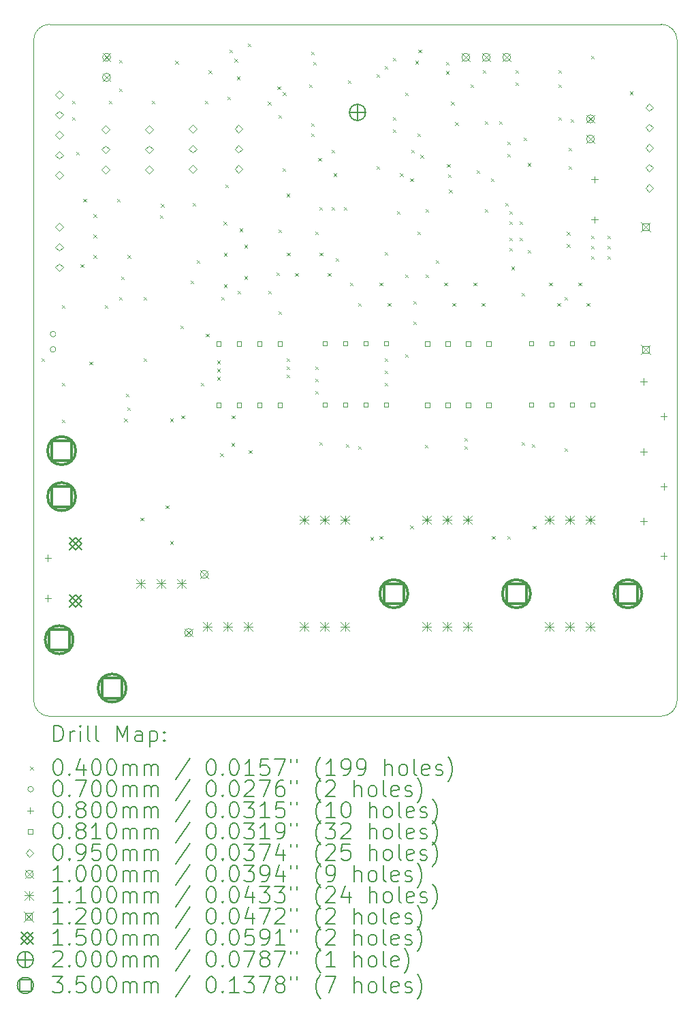
<source format=gbr>
%TF.GenerationSoftware,KiCad,Pcbnew,(6.0.7)*%
%TF.CreationDate,2022-12-27T15:37:00+11:00*%
%TF.ProjectId,esp32_esc,65737033-325f-4657-9363-2e6b69636164,rev?*%
%TF.SameCoordinates,Original*%
%TF.FileFunction,Drillmap*%
%TF.FilePolarity,Positive*%
%FSLAX45Y45*%
G04 Gerber Fmt 4.5, Leading zero omitted, Abs format (unit mm)*
G04 Created by KiCad (PCBNEW (6.0.7)) date 2022-12-27 15:37:00*
%MOMM*%
%LPD*%
G01*
G04 APERTURE LIST*
%ADD10C,0.050000*%
%ADD11C,0.200000*%
%ADD12C,0.040000*%
%ADD13C,0.070000*%
%ADD14C,0.080000*%
%ADD15C,0.081000*%
%ADD16C,0.095000*%
%ADD17C,0.100000*%
%ADD18C,0.110000*%
%ADD19C,0.120000*%
%ADD20C,0.150000*%
%ADD21C,0.350000*%
G04 APERTURE END LIST*
D10*
X4200000Y-3400000D02*
G75*
G03*
X4000000Y-3600000I0J-200000D01*
G01*
X4200000Y-12000000D02*
X11800000Y-12000000D01*
X11800000Y-12000000D02*
G75*
G03*
X12000000Y-11800000I0J200000D01*
G01*
X12000000Y-11800000D02*
X12000000Y-3600000D01*
X12000000Y-3600000D02*
G75*
G03*
X11800000Y-3400000I-200000J0D01*
G01*
X4000000Y-11800000D02*
X4000000Y-3600000D01*
X11800000Y-3400000D02*
X4200000Y-3400000D01*
X4000000Y-11800000D02*
G75*
G03*
X4200000Y-12000000I200000J0D01*
G01*
D11*
D12*
X4094800Y-7549200D02*
X4134800Y-7589200D01*
X4134800Y-7549200D02*
X4094800Y-7589200D01*
X4348800Y-6888800D02*
X4388800Y-6928800D01*
X4388800Y-6888800D02*
X4348800Y-6928800D01*
X4348800Y-7854000D02*
X4388800Y-7894000D01*
X4388800Y-7854000D02*
X4348800Y-7894000D01*
X4348800Y-8311200D02*
X4388800Y-8351200D01*
X4388800Y-8311200D02*
X4348800Y-8351200D01*
X4475800Y-4348800D02*
X4515800Y-4388800D01*
X4515800Y-4348800D02*
X4475800Y-4388800D01*
X4475800Y-4552000D02*
X4515800Y-4592000D01*
X4515800Y-4552000D02*
X4475800Y-4592000D01*
X4526600Y-4983800D02*
X4566600Y-5023800D01*
X4566600Y-4983800D02*
X4526600Y-5023800D01*
X4580000Y-6380000D02*
X4620000Y-6420000D01*
X4620000Y-6380000D02*
X4580000Y-6420000D01*
X4615500Y-5568000D02*
X4655500Y-5608000D01*
X4655500Y-5568000D02*
X4615500Y-5608000D01*
X4691375Y-7591625D02*
X4731375Y-7631625D01*
X4731375Y-7591625D02*
X4691375Y-7631625D01*
X4742500Y-5758500D02*
X4782500Y-5798500D01*
X4782500Y-5758500D02*
X4742500Y-5798500D01*
X4742500Y-6012500D02*
X4782500Y-6052500D01*
X4782500Y-6012500D02*
X4742500Y-6052500D01*
X4742500Y-6266500D02*
X4782500Y-6306500D01*
X4782500Y-6266500D02*
X4742500Y-6306500D01*
X4882200Y-6888800D02*
X4922200Y-6928800D01*
X4922200Y-6888800D02*
X4882200Y-6928800D01*
X4933000Y-4348800D02*
X4973000Y-4388800D01*
X4973000Y-4348800D02*
X4933000Y-4388800D01*
X5034600Y-5568000D02*
X5074600Y-5608000D01*
X5074600Y-5568000D02*
X5034600Y-5608000D01*
X5060000Y-3840800D02*
X5100000Y-3880800D01*
X5100000Y-3840800D02*
X5060000Y-3880800D01*
X5060000Y-4196400D02*
X5100000Y-4236400D01*
X5100000Y-4196400D02*
X5060000Y-4236400D01*
X5060000Y-6787200D02*
X5100000Y-6827200D01*
X5100000Y-6787200D02*
X5060000Y-6827200D01*
X5085400Y-6533200D02*
X5125400Y-6573200D01*
X5125400Y-6533200D02*
X5085400Y-6573200D01*
X5123500Y-8298500D02*
X5163500Y-8338500D01*
X5163500Y-8298500D02*
X5123500Y-8338500D01*
X5145513Y-7990313D02*
X5185513Y-8030313D01*
X5185513Y-7990313D02*
X5145513Y-8030313D01*
X5161600Y-8158800D02*
X5201600Y-8198800D01*
X5201600Y-8158800D02*
X5161600Y-8198800D01*
X5163750Y-6266500D02*
X5203750Y-6306500D01*
X5203750Y-6266500D02*
X5163750Y-6306500D01*
X5326700Y-9530400D02*
X5366700Y-9570400D01*
X5366700Y-9530400D02*
X5326700Y-9570400D01*
X5364800Y-6787200D02*
X5404800Y-6827200D01*
X5404800Y-6787200D02*
X5364800Y-6827200D01*
X5364800Y-7549200D02*
X5404800Y-7589200D01*
X5404800Y-7549200D02*
X5364800Y-7589200D01*
X5466400Y-4348800D02*
X5506400Y-4388800D01*
X5506400Y-4348800D02*
X5466400Y-4388800D01*
X5568000Y-5771200D02*
X5608000Y-5811200D01*
X5608000Y-5771200D02*
X5568000Y-5811200D01*
X5580700Y-5631500D02*
X5620700Y-5671500D01*
X5620700Y-5631500D02*
X5580700Y-5671500D01*
X5640450Y-9378000D02*
X5680450Y-9418000D01*
X5680450Y-9378000D02*
X5640450Y-9418000D01*
X5695000Y-8298500D02*
X5735000Y-8338500D01*
X5735000Y-8298500D02*
X5695000Y-8338500D01*
X5695000Y-9822500D02*
X5735000Y-9862500D01*
X5735000Y-9822500D02*
X5695000Y-9862500D01*
X5758500Y-3853500D02*
X5798500Y-3893500D01*
X5798500Y-3853500D02*
X5758500Y-3893500D01*
X5822000Y-7142800D02*
X5862000Y-7182800D01*
X5862000Y-7142800D02*
X5822000Y-7182800D01*
X5834700Y-8260400D02*
X5874700Y-8300400D01*
X5874700Y-8260400D02*
X5834700Y-8300400D01*
X5949000Y-6584000D02*
X5989000Y-6624000D01*
X5989000Y-6584000D02*
X5949000Y-6624000D01*
X5974400Y-5618800D02*
X6014400Y-5658800D01*
X6014400Y-5618800D02*
X5974400Y-5658800D01*
X6025200Y-6330000D02*
X6065200Y-6370000D01*
X6065200Y-6330000D02*
X6025200Y-6370000D01*
X6076000Y-7854000D02*
X6116000Y-7894000D01*
X6116000Y-7854000D02*
X6076000Y-7894000D01*
X6126800Y-4348800D02*
X6166800Y-4388800D01*
X6166800Y-4348800D02*
X6126800Y-4388800D01*
X6139500Y-7244400D02*
X6179500Y-7284400D01*
X6179500Y-7244400D02*
X6139500Y-7284400D01*
X6174290Y-3974372D02*
X6214290Y-4014372D01*
X6214290Y-3974372D02*
X6174290Y-4014372D01*
X6280000Y-7580000D02*
X6320000Y-7620000D01*
X6320000Y-7580000D02*
X6280000Y-7620000D01*
X6280000Y-7680000D02*
X6320000Y-7720000D01*
X6320000Y-7680000D02*
X6280000Y-7720000D01*
X6280000Y-7780000D02*
X6320000Y-7820000D01*
X6320000Y-7780000D02*
X6280000Y-7820000D01*
X6317300Y-8730300D02*
X6357300Y-8770300D01*
X6357300Y-8730300D02*
X6317300Y-8770300D01*
X6330000Y-6787200D02*
X6370000Y-6827200D01*
X6370000Y-6787200D02*
X6330000Y-6827200D01*
X6362525Y-5852025D02*
X6402525Y-5892025D01*
X6402525Y-5852025D02*
X6362525Y-5892025D01*
X6363700Y-6239500D02*
X6403700Y-6279500D01*
X6403700Y-6239500D02*
X6363700Y-6279500D01*
X6363700Y-6631600D02*
X6403700Y-6671600D01*
X6403700Y-6631600D02*
X6363700Y-6671600D01*
X6380800Y-5390200D02*
X6420800Y-5430200D01*
X6420800Y-5390200D02*
X6380800Y-5430200D01*
X6406200Y-4298000D02*
X6446200Y-4338000D01*
X6446200Y-4298000D02*
X6406200Y-4338000D01*
X6431600Y-3713800D02*
X6471600Y-3753800D01*
X6471600Y-3713800D02*
X6431600Y-3753800D01*
X6457000Y-8603300D02*
X6497000Y-8643300D01*
X6497000Y-8603300D02*
X6457000Y-8643300D01*
X6459077Y-8260100D02*
X6499077Y-8300100D01*
X6499077Y-8260100D02*
X6459077Y-8300100D01*
X6495929Y-3828929D02*
X6535929Y-3868929D01*
X6535929Y-3828929D02*
X6495929Y-3868929D01*
X6524512Y-4047941D02*
X6564512Y-4087941D01*
X6564512Y-4047941D02*
X6524512Y-4087941D01*
X6533200Y-6711000D02*
X6573200Y-6751000D01*
X6573200Y-6711000D02*
X6533200Y-6751000D01*
X6558600Y-5936300D02*
X6598600Y-5976300D01*
X6598600Y-5936300D02*
X6558600Y-5976300D01*
X6617700Y-6137900D02*
X6657700Y-6177900D01*
X6657700Y-6137900D02*
X6617700Y-6177900D01*
X6617700Y-6530000D02*
X6657700Y-6570000D01*
X6657700Y-6530000D02*
X6617700Y-6570000D01*
X6660200Y-3637600D02*
X6700200Y-3677600D01*
X6700200Y-3637600D02*
X6660200Y-3677600D01*
X6672900Y-8692200D02*
X6712900Y-8732200D01*
X6712900Y-8692200D02*
X6672900Y-8732200D01*
X6910847Y-4359131D02*
X6950847Y-4399131D01*
X6950847Y-4359131D02*
X6910847Y-4399131D01*
X6914200Y-6711000D02*
X6954200Y-6751000D01*
X6954200Y-6711000D02*
X6914200Y-6751000D01*
X7015800Y-6482400D02*
X7055800Y-6522400D01*
X7055800Y-6482400D02*
X7015800Y-6522400D01*
X7028500Y-4171000D02*
X7068500Y-4211000D01*
X7068500Y-4171000D02*
X7028500Y-4211000D01*
X7041200Y-4526600D02*
X7081200Y-4566600D01*
X7081200Y-4526600D02*
X7041200Y-4566600D01*
X7041200Y-5949000D02*
X7081200Y-5989000D01*
X7081200Y-5949000D02*
X7041200Y-5989000D01*
X7041200Y-6965000D02*
X7081200Y-7005000D01*
X7081200Y-6965000D02*
X7041200Y-7005000D01*
X7092571Y-5186429D02*
X7132571Y-5226429D01*
X7132571Y-5186429D02*
X7092571Y-5226429D01*
X7099175Y-4241676D02*
X7139175Y-4281676D01*
X7139175Y-4241676D02*
X7099175Y-4281676D01*
X7142800Y-5504550D02*
X7182800Y-5544550D01*
X7182800Y-5504550D02*
X7142800Y-5544550D01*
X7142800Y-7549200D02*
X7182800Y-7589200D01*
X7182800Y-7549200D02*
X7142800Y-7589200D01*
X7142800Y-7650800D02*
X7182800Y-7690800D01*
X7182800Y-7650800D02*
X7142800Y-7690800D01*
X7142800Y-7752400D02*
X7182800Y-7792400D01*
X7182800Y-7752400D02*
X7142800Y-7792400D01*
X7144700Y-6237650D02*
X7184700Y-6277650D01*
X7184700Y-6237650D02*
X7144700Y-6277650D01*
X7246300Y-6491650D02*
X7286300Y-6531650D01*
X7286300Y-6491650D02*
X7246300Y-6531650D01*
X7422200Y-4145600D02*
X7462200Y-4185600D01*
X7462200Y-4145600D02*
X7422200Y-4185600D01*
X7447600Y-3739200D02*
X7487600Y-3779200D01*
X7487600Y-3739200D02*
X7447600Y-3779200D01*
X7447600Y-4628200D02*
X7487600Y-4668200D01*
X7487600Y-4628200D02*
X7447600Y-4668200D01*
X7447600Y-4755200D02*
X7487600Y-4795200D01*
X7487600Y-4755200D02*
X7447600Y-4795200D01*
X7473000Y-3866200D02*
X7513000Y-3906200D01*
X7513000Y-3866200D02*
X7473000Y-3906200D01*
X7498400Y-5974400D02*
X7538400Y-6014400D01*
X7538400Y-5974400D02*
X7498400Y-6014400D01*
X7498400Y-7650800D02*
X7538400Y-7690800D01*
X7538400Y-7650800D02*
X7498400Y-7690800D01*
X7498400Y-7803200D02*
X7538400Y-7843200D01*
X7538400Y-7803200D02*
X7498400Y-7843200D01*
X7498400Y-7955600D02*
X7538400Y-7995600D01*
X7538400Y-7955600D02*
X7498400Y-7995600D01*
X7536500Y-5060000D02*
X7576500Y-5100000D01*
X7576500Y-5060000D02*
X7536500Y-5100000D01*
X7549200Y-5669600D02*
X7589200Y-5709600D01*
X7589200Y-5669600D02*
X7549200Y-5709600D01*
X7549200Y-8590600D02*
X7589200Y-8630600D01*
X7589200Y-8590600D02*
X7549200Y-8630600D01*
X7551100Y-6237650D02*
X7591100Y-6277650D01*
X7591100Y-6237650D02*
X7551100Y-6277650D01*
X7652700Y-6491650D02*
X7692700Y-6531650D01*
X7692700Y-6491650D02*
X7652700Y-6531650D01*
X7701600Y-4958400D02*
X7741600Y-4998400D01*
X7741600Y-4958400D02*
X7701600Y-4998400D01*
X7701600Y-5669600D02*
X7741600Y-5709600D01*
X7741600Y-5669600D02*
X7701600Y-5709600D01*
X7727000Y-5250500D02*
X7767000Y-5290500D01*
X7767000Y-5250500D02*
X7727000Y-5290500D01*
X7752400Y-6304600D02*
X7792400Y-6344600D01*
X7792400Y-6304600D02*
X7752400Y-6344600D01*
X7854000Y-5669600D02*
X7894000Y-5709600D01*
X7894000Y-5669600D02*
X7854000Y-5709600D01*
X7879400Y-8616000D02*
X7919400Y-8656000D01*
X7919400Y-8616000D02*
X7879400Y-8656000D01*
X7904800Y-4094800D02*
X7944800Y-4134800D01*
X7944800Y-4094800D02*
X7904800Y-4134800D01*
X7931800Y-6609400D02*
X7971800Y-6649400D01*
X7971800Y-6609400D02*
X7931800Y-6649400D01*
X8031800Y-8641400D02*
X8071800Y-8681400D01*
X8071800Y-8641400D02*
X8031800Y-8681400D01*
X8033400Y-6863400D02*
X8073400Y-6903400D01*
X8073400Y-6863400D02*
X8033400Y-6903400D01*
X8184200Y-9771700D02*
X8224200Y-9811700D01*
X8224200Y-9771700D02*
X8184200Y-9811700D01*
X8260400Y-4018600D02*
X8300400Y-4058600D01*
X8300400Y-4018600D02*
X8260400Y-4058600D01*
X8260400Y-5161600D02*
X8300400Y-5201600D01*
X8300400Y-5161600D02*
X8260400Y-5201600D01*
X8298500Y-9759000D02*
X8338500Y-9799000D01*
X8338500Y-9759000D02*
X8298500Y-9799000D01*
X8301700Y-6608600D02*
X8341700Y-6648600D01*
X8341700Y-6608600D02*
X8301700Y-6648600D01*
X8362000Y-3917000D02*
X8402000Y-3957000D01*
X8402000Y-3917000D02*
X8362000Y-3957000D01*
X8362000Y-6228400D02*
X8402000Y-6268400D01*
X8402000Y-6228400D02*
X8362000Y-6268400D01*
X8362000Y-7549200D02*
X8402000Y-7589200D01*
X8402000Y-7549200D02*
X8362000Y-7589200D01*
X8362000Y-7701600D02*
X8402000Y-7741600D01*
X8402000Y-7701600D02*
X8362000Y-7741600D01*
X8362000Y-7854000D02*
X8402000Y-7894000D01*
X8402000Y-7854000D02*
X8362000Y-7894000D01*
X8403300Y-6862600D02*
X8443300Y-6902600D01*
X8443300Y-6862600D02*
X8403300Y-6902600D01*
X8463600Y-3815400D02*
X8503600Y-3855400D01*
X8503600Y-3815400D02*
X8463600Y-3855400D01*
X8463600Y-4552000D02*
X8503600Y-4592000D01*
X8503600Y-4552000D02*
X8463600Y-4592000D01*
X8463600Y-4704400D02*
X8503600Y-4744400D01*
X8503600Y-4704400D02*
X8463600Y-4744400D01*
X8514400Y-5720400D02*
X8554400Y-5760400D01*
X8554400Y-5720400D02*
X8514400Y-5760400D01*
X8552500Y-5250500D02*
X8592500Y-5290500D01*
X8592500Y-5250500D02*
X8552500Y-5290500D01*
X8616000Y-4247200D02*
X8656000Y-4287200D01*
X8656000Y-4247200D02*
X8616000Y-4287200D01*
X8616000Y-6507800D02*
X8656000Y-6547800D01*
X8656000Y-6507800D02*
X8616000Y-6547800D01*
X8616000Y-7498400D02*
X8656000Y-7538400D01*
X8656000Y-7498400D02*
X8616000Y-7538400D01*
X8679500Y-5314000D02*
X8719500Y-5354000D01*
X8719500Y-5314000D02*
X8679500Y-5354000D01*
X8679500Y-9629750D02*
X8719500Y-9669750D01*
X8719500Y-9629750D02*
X8679500Y-9669750D01*
X8692200Y-4958400D02*
X8732200Y-4998400D01*
X8732200Y-4958400D02*
X8692200Y-4998400D01*
X8717600Y-6838000D02*
X8757600Y-6878000D01*
X8757600Y-6838000D02*
X8717600Y-6878000D01*
X8717600Y-7092000D02*
X8757600Y-7132000D01*
X8757600Y-7092000D02*
X8717600Y-7132000D01*
X8743000Y-3853500D02*
X8783000Y-3893500D01*
X8783000Y-3853500D02*
X8743000Y-3893500D01*
X8768400Y-4755200D02*
X8808400Y-4795200D01*
X8808400Y-4755200D02*
X8768400Y-4795200D01*
X8768400Y-5974400D02*
X8808400Y-6014400D01*
X8808400Y-5974400D02*
X8768400Y-6014400D01*
X8781100Y-3713800D02*
X8821100Y-3753800D01*
X8821100Y-3713800D02*
X8781100Y-3753800D01*
X8806500Y-5021900D02*
X8846500Y-5061900D01*
X8846500Y-5021900D02*
X8806500Y-5061900D01*
X8862362Y-8623639D02*
X8902362Y-8663639D01*
X8902362Y-8623639D02*
X8862362Y-8663639D01*
X8870000Y-5695000D02*
X8910000Y-5735000D01*
X8910000Y-5695000D02*
X8870000Y-5735000D01*
X8870000Y-6507800D02*
X8910000Y-6547800D01*
X8910000Y-6507800D02*
X8870000Y-6547800D01*
X8997000Y-6330000D02*
X9037000Y-6370000D01*
X9037000Y-6330000D02*
X8997000Y-6370000D01*
X9104000Y-6609400D02*
X9144000Y-6649400D01*
X9144000Y-6609400D02*
X9104000Y-6649400D01*
X9124000Y-3866200D02*
X9164000Y-3906200D01*
X9164000Y-3866200D02*
X9124000Y-3906200D01*
X9124000Y-3980500D02*
X9164000Y-4020500D01*
X9164000Y-3980500D02*
X9124000Y-4020500D01*
X9136700Y-5136200D02*
X9176700Y-5176200D01*
X9176700Y-5136200D02*
X9136700Y-5176200D01*
X9149400Y-5263200D02*
X9189400Y-5303200D01*
X9189400Y-5263200D02*
X9149400Y-5303200D01*
X9162100Y-5453700D02*
X9202100Y-5493700D01*
X9202100Y-5453700D02*
X9162100Y-5493700D01*
X9187500Y-4361500D02*
X9227500Y-4401500D01*
X9227500Y-4361500D02*
X9187500Y-4401500D01*
X9205600Y-6863400D02*
X9245600Y-6903400D01*
X9245600Y-6863400D02*
X9205600Y-6903400D01*
X9241850Y-4615500D02*
X9281850Y-4655500D01*
X9281850Y-4615500D02*
X9241850Y-4655500D01*
X9352600Y-8539800D02*
X9392600Y-8579800D01*
X9392600Y-8539800D02*
X9352600Y-8579800D01*
X9352600Y-8641400D02*
X9392600Y-8681400D01*
X9392600Y-8641400D02*
X9352600Y-8681400D01*
X9428800Y-4145600D02*
X9468800Y-4185600D01*
X9468800Y-4145600D02*
X9428800Y-4185600D01*
X9468500Y-6609400D02*
X9508500Y-6649400D01*
X9508500Y-6609400D02*
X9468500Y-6649400D01*
X9505000Y-5212400D02*
X9545000Y-5252400D01*
X9545000Y-5212400D02*
X9505000Y-5252400D01*
X9570100Y-6863400D02*
X9610100Y-6903400D01*
X9610100Y-6863400D02*
X9570100Y-6903400D01*
X9581200Y-3967800D02*
X9621200Y-4007800D01*
X9621200Y-3967800D02*
X9581200Y-4007800D01*
X9606600Y-4602800D02*
X9646600Y-4642800D01*
X9646600Y-4602800D02*
X9606600Y-4642800D01*
X9606600Y-5695000D02*
X9646600Y-5735000D01*
X9646600Y-5695000D02*
X9606600Y-5735000D01*
X9682800Y-5314000D02*
X9722800Y-5354000D01*
X9722800Y-5314000D02*
X9682800Y-5354000D01*
X9695500Y-9759000D02*
X9735500Y-9799000D01*
X9735500Y-9759000D02*
X9695500Y-9799000D01*
X9784400Y-4602800D02*
X9824400Y-4642800D01*
X9824400Y-4602800D02*
X9784400Y-4642800D01*
X9860600Y-5618800D02*
X9900600Y-5658800D01*
X9900600Y-5618800D02*
X9860600Y-5658800D01*
X9886000Y-4856800D02*
X9926000Y-4896800D01*
X9926000Y-4856800D02*
X9886000Y-4896800D01*
X9886000Y-5009200D02*
X9926000Y-5049200D01*
X9926000Y-5009200D02*
X9886000Y-5049200D01*
X9886000Y-9759000D02*
X9926000Y-9799000D01*
X9926000Y-9759000D02*
X9886000Y-9799000D01*
X9911400Y-5720400D02*
X9951400Y-5760400D01*
X9951400Y-5720400D02*
X9911400Y-5760400D01*
X9911400Y-5847400D02*
X9951400Y-5887400D01*
X9951400Y-5847400D02*
X9911400Y-5887400D01*
X9911400Y-6050600D02*
X9951400Y-6090600D01*
X9951400Y-6050600D02*
X9911400Y-6090600D01*
X9911400Y-6177600D02*
X9951400Y-6217600D01*
X9951400Y-6177600D02*
X9911400Y-6217600D01*
X9936800Y-6409750D02*
X9976800Y-6449750D01*
X9976800Y-6409750D02*
X9936800Y-6449750D01*
X9987600Y-3967800D02*
X10027600Y-4007800D01*
X10027600Y-3967800D02*
X9987600Y-4007800D01*
X9987600Y-4120200D02*
X10027600Y-4160200D01*
X10027600Y-4120200D02*
X9987600Y-4160200D01*
X10038400Y-5847400D02*
X10078400Y-5887400D01*
X10078400Y-5847400D02*
X10038400Y-5887400D01*
X10038400Y-6050600D02*
X10078400Y-6090600D01*
X10078400Y-6050600D02*
X10038400Y-6090600D01*
X10063800Y-6736400D02*
X10103800Y-6776400D01*
X10103800Y-6736400D02*
X10063800Y-6776400D01*
X10063800Y-8590600D02*
X10103800Y-8630600D01*
X10103800Y-8590600D02*
X10063800Y-8630600D01*
X10089200Y-4806000D02*
X10129200Y-4846000D01*
X10129200Y-4806000D02*
X10089200Y-4846000D01*
X10140000Y-5123500D02*
X10180000Y-5163500D01*
X10180000Y-5123500D02*
X10140000Y-5163500D01*
X10140000Y-6203000D02*
X10180000Y-6243000D01*
X10180000Y-6203000D02*
X10140000Y-6243000D01*
X10190800Y-8616000D02*
X10230800Y-8656000D01*
X10230800Y-8616000D02*
X10190800Y-8656000D01*
X10203500Y-9632000D02*
X10243500Y-9672000D01*
X10243500Y-9632000D02*
X10203500Y-9672000D01*
X10408775Y-6609400D02*
X10448775Y-6649400D01*
X10448775Y-6609400D02*
X10408775Y-6649400D01*
X10510375Y-6863400D02*
X10550375Y-6903400D01*
X10550375Y-6863400D02*
X10510375Y-6903400D01*
X10521000Y-3967800D02*
X10561000Y-4007800D01*
X10561000Y-3967800D02*
X10521000Y-4007800D01*
X10521000Y-4145600D02*
X10561000Y-4185600D01*
X10561000Y-4145600D02*
X10521000Y-4185600D01*
X10521000Y-4552000D02*
X10561000Y-4592000D01*
X10561000Y-4552000D02*
X10521000Y-4592000D01*
X10597200Y-6787200D02*
X10637200Y-6827200D01*
X10637200Y-6787200D02*
X10597200Y-6827200D01*
X10597200Y-8666800D02*
X10637200Y-8706800D01*
X10637200Y-8666800D02*
X10597200Y-8706800D01*
X10630000Y-5980000D02*
X10670000Y-6020000D01*
X10670000Y-5980000D02*
X10630000Y-6020000D01*
X10630000Y-6130000D02*
X10670000Y-6170000D01*
X10670000Y-6130000D02*
X10630000Y-6170000D01*
X10648000Y-4933000D02*
X10688000Y-4973000D01*
X10688000Y-4933000D02*
X10648000Y-4973000D01*
X10648000Y-5161600D02*
X10688000Y-5201600D01*
X10688000Y-5161600D02*
X10648000Y-5201600D01*
X10673400Y-4577400D02*
X10713400Y-4617400D01*
X10713400Y-4577400D02*
X10673400Y-4617400D01*
X10774475Y-6609400D02*
X10814475Y-6649400D01*
X10814475Y-6609400D02*
X10774475Y-6649400D01*
X10876075Y-6863400D02*
X10916075Y-6903400D01*
X10916075Y-6863400D02*
X10876075Y-6903400D01*
X10927400Y-3790000D02*
X10967400Y-3830000D01*
X10967400Y-3790000D02*
X10927400Y-3830000D01*
X10927400Y-6025200D02*
X10967400Y-6065200D01*
X10967400Y-6025200D02*
X10927400Y-6065200D01*
X10927400Y-6152200D02*
X10967400Y-6192200D01*
X10967400Y-6152200D02*
X10927400Y-6192200D01*
X10927400Y-6279200D02*
X10967400Y-6319200D01*
X10967400Y-6279200D02*
X10927400Y-6319200D01*
X11130600Y-6025200D02*
X11170600Y-6065200D01*
X11170600Y-6025200D02*
X11130600Y-6065200D01*
X11130600Y-6152200D02*
X11170600Y-6192200D01*
X11170600Y-6152200D02*
X11130600Y-6192200D01*
X11130600Y-6279200D02*
X11170600Y-6319200D01*
X11170600Y-6279200D02*
X11130600Y-6319200D01*
X11410000Y-4234500D02*
X11450000Y-4274500D01*
X11450000Y-4234500D02*
X11410000Y-4274500D01*
D13*
X4276800Y-7250600D02*
G75*
G03*
X4276800Y-7250600I-35000J0D01*
G01*
X4276800Y-7440600D02*
G75*
G03*
X4276800Y-7440600I-35000J0D01*
G01*
D14*
X4178300Y-9994035D02*
X4178300Y-10074035D01*
X4138300Y-10034035D02*
X4218300Y-10034035D01*
X4178300Y-10494035D02*
X4178300Y-10574035D01*
X4138300Y-10534035D02*
X4218300Y-10534035D01*
X10972800Y-5288265D02*
X10972800Y-5368265D01*
X10932800Y-5328265D02*
X11012800Y-5328265D01*
X10972800Y-5788265D02*
X10972800Y-5868265D01*
X10932800Y-5828265D02*
X11012800Y-5828265D01*
X11584400Y-7798527D02*
X11584400Y-7878527D01*
X11544400Y-7838527D02*
X11624400Y-7838527D01*
X11584400Y-8671564D02*
X11584400Y-8751564D01*
X11544400Y-8711564D02*
X11624400Y-8711564D01*
X11584400Y-9535164D02*
X11584400Y-9615164D01*
X11544400Y-9575164D02*
X11624400Y-9575164D01*
X11834400Y-8231540D02*
X11834400Y-8311540D01*
X11794400Y-8271540D02*
X11874400Y-8271540D01*
X11834400Y-9104577D02*
X11834400Y-9184577D01*
X11794400Y-9144577D02*
X11874400Y-9144577D01*
X11834400Y-9968177D02*
X11834400Y-10048177D01*
X11794400Y-10008177D02*
X11874400Y-10008177D01*
D15*
X6327838Y-7397388D02*
X6327838Y-7340112D01*
X6270562Y-7340112D01*
X6270562Y-7397388D01*
X6327838Y-7397388D01*
X6327838Y-8159388D02*
X6327838Y-8102112D01*
X6270562Y-8102112D01*
X6270562Y-8159388D01*
X6327838Y-8159388D01*
X6581838Y-7397388D02*
X6581838Y-7340112D01*
X6524562Y-7340112D01*
X6524562Y-7397388D01*
X6581838Y-7397388D01*
X6581838Y-8159388D02*
X6581838Y-8102112D01*
X6524562Y-8102112D01*
X6524562Y-8159388D01*
X6581838Y-8159388D01*
X6835838Y-7397388D02*
X6835838Y-7340112D01*
X6778562Y-7340112D01*
X6778562Y-7397388D01*
X6835838Y-7397388D01*
X6835838Y-8159388D02*
X6835838Y-8102112D01*
X6778562Y-8102112D01*
X6778562Y-8159388D01*
X6835838Y-8159388D01*
X7089838Y-7397388D02*
X7089838Y-7340112D01*
X7032562Y-7340112D01*
X7032562Y-7397388D01*
X7089838Y-7397388D01*
X7089838Y-8159388D02*
X7089838Y-8102112D01*
X7032562Y-8102112D01*
X7032562Y-8159388D01*
X7089838Y-8159388D01*
X7648638Y-7394638D02*
X7648638Y-7337362D01*
X7591362Y-7337362D01*
X7591362Y-7394638D01*
X7648638Y-7394638D01*
X7648638Y-8156638D02*
X7648638Y-8099362D01*
X7591362Y-8099362D01*
X7591362Y-8156638D01*
X7648638Y-8156638D01*
X7902638Y-7394638D02*
X7902638Y-7337362D01*
X7845362Y-7337362D01*
X7845362Y-7394638D01*
X7902638Y-7394638D01*
X7902638Y-8156638D02*
X7902638Y-8099362D01*
X7845362Y-8099362D01*
X7845362Y-8156638D01*
X7902638Y-8156638D01*
X8156638Y-7394638D02*
X8156638Y-7337362D01*
X8099362Y-7337362D01*
X8099362Y-7394638D01*
X8156638Y-7394638D01*
X8156638Y-8156638D02*
X8156638Y-8099362D01*
X8099362Y-8099362D01*
X8099362Y-8156638D01*
X8156638Y-8156638D01*
X8410638Y-7394638D02*
X8410638Y-7337362D01*
X8353362Y-7337362D01*
X8353362Y-7394638D01*
X8410638Y-7394638D01*
X8410638Y-8156638D02*
X8410638Y-8099362D01*
X8353362Y-8099362D01*
X8353362Y-8156638D01*
X8410638Y-8156638D01*
X8922638Y-7397388D02*
X8922638Y-7340112D01*
X8865362Y-7340112D01*
X8865362Y-7397388D01*
X8922638Y-7397388D01*
X8922638Y-8159388D02*
X8922638Y-8102112D01*
X8865362Y-8102112D01*
X8865362Y-8159388D01*
X8922638Y-8159388D01*
X9176638Y-7397388D02*
X9176638Y-7340112D01*
X9119362Y-7340112D01*
X9119362Y-7397388D01*
X9176638Y-7397388D01*
X9176638Y-8159388D02*
X9176638Y-8102112D01*
X9119362Y-8102112D01*
X9119362Y-8159388D01*
X9176638Y-8159388D01*
X9430638Y-7397388D02*
X9430638Y-7340112D01*
X9373362Y-7340112D01*
X9373362Y-7397388D01*
X9430638Y-7397388D01*
X9430638Y-8159388D02*
X9430638Y-8102112D01*
X9373362Y-8102112D01*
X9373362Y-8159388D01*
X9430638Y-8159388D01*
X9684638Y-7397388D02*
X9684638Y-7340112D01*
X9627362Y-7340112D01*
X9627362Y-7397388D01*
X9684638Y-7397388D01*
X9684638Y-8159388D02*
X9684638Y-8102112D01*
X9627362Y-8102112D01*
X9627362Y-8159388D01*
X9684638Y-8159388D01*
X10214038Y-7394638D02*
X10214038Y-7337362D01*
X10156762Y-7337362D01*
X10156762Y-7394638D01*
X10214038Y-7394638D01*
X10214038Y-8156638D02*
X10214038Y-8099362D01*
X10156762Y-8099362D01*
X10156762Y-8156638D01*
X10214038Y-8156638D01*
X10468038Y-7394638D02*
X10468038Y-7337362D01*
X10410762Y-7337362D01*
X10410762Y-7394638D01*
X10468038Y-7394638D01*
X10468038Y-8156638D02*
X10468038Y-8099362D01*
X10410762Y-8099362D01*
X10410762Y-8156638D01*
X10468038Y-8156638D01*
X10722038Y-7394638D02*
X10722038Y-7337362D01*
X10664762Y-7337362D01*
X10664762Y-7394638D01*
X10722038Y-7394638D01*
X10722038Y-8156638D02*
X10722038Y-8099362D01*
X10664762Y-8099362D01*
X10664762Y-8156638D01*
X10722038Y-8156638D01*
X10976038Y-7394638D02*
X10976038Y-7337362D01*
X10918762Y-7337362D01*
X10918762Y-7394638D01*
X10976038Y-7394638D01*
X10976038Y-8156638D02*
X10976038Y-8099362D01*
X10918762Y-8099362D01*
X10918762Y-8156638D01*
X10976038Y-8156638D01*
D16*
X4318000Y-4322700D02*
X4365500Y-4275200D01*
X4318000Y-4227700D01*
X4270500Y-4275200D01*
X4318000Y-4322700D01*
X4318000Y-4572700D02*
X4365500Y-4525200D01*
X4318000Y-4477700D01*
X4270500Y-4525200D01*
X4318000Y-4572700D01*
X4318000Y-4822700D02*
X4365500Y-4775200D01*
X4318000Y-4727700D01*
X4270500Y-4775200D01*
X4318000Y-4822700D01*
X4318000Y-5072700D02*
X4365500Y-5025200D01*
X4318000Y-4977700D01*
X4270500Y-5025200D01*
X4318000Y-5072700D01*
X4318000Y-5322700D02*
X4365500Y-5275200D01*
X4318000Y-5227700D01*
X4270500Y-5275200D01*
X4318000Y-5322700D01*
X4318000Y-5966500D02*
X4365500Y-5919000D01*
X4318000Y-5871500D01*
X4270500Y-5919000D01*
X4318000Y-5966500D01*
X4318000Y-6216500D02*
X4365500Y-6169000D01*
X4318000Y-6121500D01*
X4270500Y-6169000D01*
X4318000Y-6216500D01*
X4318000Y-6466500D02*
X4365500Y-6419000D01*
X4318000Y-6371500D01*
X4270500Y-6419000D01*
X4318000Y-6466500D01*
X4894300Y-4754500D02*
X4941800Y-4707000D01*
X4894300Y-4659500D01*
X4846800Y-4707000D01*
X4894300Y-4754500D01*
X4894300Y-5004500D02*
X4941800Y-4957000D01*
X4894300Y-4909500D01*
X4846800Y-4957000D01*
X4894300Y-5004500D01*
X4894300Y-5254500D02*
X4941800Y-5207000D01*
X4894300Y-5159500D01*
X4846800Y-5207000D01*
X4894300Y-5254500D01*
X5435800Y-4754500D02*
X5483300Y-4707000D01*
X5435800Y-4659500D01*
X5388300Y-4707000D01*
X5435800Y-4754500D01*
X5435800Y-5004500D02*
X5483300Y-4957000D01*
X5435800Y-4909500D01*
X5388300Y-4957000D01*
X5435800Y-5004500D01*
X5435800Y-5254500D02*
X5483300Y-5207000D01*
X5435800Y-5159500D01*
X5388300Y-5207000D01*
X5435800Y-5254500D01*
X5977300Y-4746500D02*
X6024800Y-4699000D01*
X5977300Y-4651500D01*
X5929800Y-4699000D01*
X5977300Y-4746500D01*
X5977300Y-4996500D02*
X6024800Y-4949000D01*
X5977300Y-4901500D01*
X5929800Y-4949000D01*
X5977300Y-4996500D01*
X5977300Y-5246500D02*
X6024800Y-5199000D01*
X5977300Y-5151500D01*
X5929800Y-5199000D01*
X5977300Y-5246500D01*
X6548800Y-4746500D02*
X6596300Y-4699000D01*
X6548800Y-4651500D01*
X6501300Y-4699000D01*
X6548800Y-4746500D01*
X6548800Y-4996500D02*
X6596300Y-4949000D01*
X6548800Y-4901500D01*
X6501300Y-4949000D01*
X6548800Y-4996500D01*
X6548800Y-5246500D02*
X6596300Y-5199000D01*
X6548800Y-5151500D01*
X6501300Y-5199000D01*
X6548800Y-5246500D01*
X11654000Y-4483100D02*
X11701500Y-4435600D01*
X11654000Y-4388100D01*
X11606500Y-4435600D01*
X11654000Y-4483100D01*
X11654000Y-4733100D02*
X11701500Y-4685600D01*
X11654000Y-4638100D01*
X11606500Y-4685600D01*
X11654000Y-4733100D01*
X11654000Y-4983100D02*
X11701500Y-4935600D01*
X11654000Y-4888100D01*
X11606500Y-4935600D01*
X11654000Y-4983100D01*
X11654000Y-5233100D02*
X11701500Y-5185600D01*
X11654000Y-5138100D01*
X11606500Y-5185600D01*
X11654000Y-5233100D01*
X11654000Y-5483100D02*
X11701500Y-5435600D01*
X11654000Y-5388100D01*
X11606500Y-5435600D01*
X11654000Y-5483100D01*
D17*
X4856800Y-3760000D02*
X4956800Y-3860000D01*
X4956800Y-3760000D02*
X4856800Y-3860000D01*
X4956800Y-3810000D02*
G75*
G03*
X4956800Y-3810000I-50000J0D01*
G01*
X4856800Y-4010000D02*
X4956800Y-4110000D01*
X4956800Y-4010000D02*
X4856800Y-4110000D01*
X4956800Y-4060000D02*
G75*
G03*
X4956800Y-4060000I-50000J0D01*
G01*
X5877286Y-10910644D02*
X5977286Y-11010644D01*
X5977286Y-10910644D02*
X5877286Y-11010644D01*
X5977286Y-10960644D02*
G75*
G03*
X5977286Y-10960644I-50000J0D01*
G01*
X6071400Y-10186200D02*
X6171400Y-10286200D01*
X6171400Y-10186200D02*
X6071400Y-10286200D01*
X6171400Y-10236200D02*
G75*
G03*
X6171400Y-10236200I-50000J0D01*
G01*
X9322600Y-3760000D02*
X9422600Y-3860000D01*
X9422600Y-3760000D02*
X9322600Y-3860000D01*
X9422600Y-3810000D02*
G75*
G03*
X9422600Y-3810000I-50000J0D01*
G01*
X9576600Y-3760000D02*
X9676600Y-3860000D01*
X9676600Y-3760000D02*
X9576600Y-3860000D01*
X9676600Y-3810000D02*
G75*
G03*
X9676600Y-3810000I-50000J0D01*
G01*
X9830600Y-3760000D02*
X9930600Y-3860000D01*
X9930600Y-3760000D02*
X9830600Y-3860000D01*
X9930600Y-3810000D02*
G75*
G03*
X9930600Y-3810000I-50000J0D01*
G01*
X10872000Y-4526000D02*
X10972000Y-4626000D01*
X10972000Y-4526000D02*
X10872000Y-4626000D01*
X10972000Y-4576000D02*
G75*
G03*
X10972000Y-4576000I-50000J0D01*
G01*
X10872000Y-4776000D02*
X10972000Y-4876000D01*
X10972000Y-4776000D02*
X10872000Y-4876000D01*
X10972000Y-4826000D02*
G75*
G03*
X10972000Y-4826000I-50000J0D01*
G01*
D18*
X5279000Y-10295500D02*
X5389000Y-10405500D01*
X5389000Y-10295500D02*
X5279000Y-10405500D01*
X5334000Y-10295500D02*
X5334000Y-10405500D01*
X5279000Y-10350500D02*
X5389000Y-10350500D01*
X5533000Y-10295500D02*
X5643000Y-10405500D01*
X5643000Y-10295500D02*
X5533000Y-10405500D01*
X5588000Y-10295500D02*
X5588000Y-10405500D01*
X5533000Y-10350500D02*
X5643000Y-10350500D01*
X5787000Y-10295500D02*
X5897000Y-10405500D01*
X5897000Y-10295500D02*
X5787000Y-10405500D01*
X5842000Y-10295500D02*
X5842000Y-10405500D01*
X5787000Y-10350500D02*
X5897000Y-10350500D01*
X6104500Y-10833000D02*
X6214500Y-10943000D01*
X6214500Y-10833000D02*
X6104500Y-10943000D01*
X6159500Y-10833000D02*
X6159500Y-10943000D01*
X6104500Y-10888000D02*
X6214500Y-10888000D01*
X6358500Y-10833000D02*
X6468500Y-10943000D01*
X6468500Y-10833000D02*
X6358500Y-10943000D01*
X6413500Y-10833000D02*
X6413500Y-10943000D01*
X6358500Y-10888000D02*
X6468500Y-10888000D01*
X6612500Y-10833000D02*
X6722500Y-10943000D01*
X6722500Y-10833000D02*
X6612500Y-10943000D01*
X6667500Y-10833000D02*
X6667500Y-10943000D01*
X6612500Y-10888000D02*
X6722500Y-10888000D01*
X7311000Y-9504000D02*
X7421000Y-9614000D01*
X7421000Y-9504000D02*
X7311000Y-9614000D01*
X7366000Y-9504000D02*
X7366000Y-9614000D01*
X7311000Y-9559000D02*
X7421000Y-9559000D01*
X7311000Y-10833000D02*
X7421000Y-10943000D01*
X7421000Y-10833000D02*
X7311000Y-10943000D01*
X7366000Y-10833000D02*
X7366000Y-10943000D01*
X7311000Y-10888000D02*
X7421000Y-10888000D01*
X7565000Y-9504000D02*
X7675000Y-9614000D01*
X7675000Y-9504000D02*
X7565000Y-9614000D01*
X7620000Y-9504000D02*
X7620000Y-9614000D01*
X7565000Y-9559000D02*
X7675000Y-9559000D01*
X7565000Y-10833000D02*
X7675000Y-10943000D01*
X7675000Y-10833000D02*
X7565000Y-10943000D01*
X7620000Y-10833000D02*
X7620000Y-10943000D01*
X7565000Y-10888000D02*
X7675000Y-10888000D01*
X7819000Y-9504000D02*
X7929000Y-9614000D01*
X7929000Y-9504000D02*
X7819000Y-9614000D01*
X7874000Y-9504000D02*
X7874000Y-9614000D01*
X7819000Y-9559000D02*
X7929000Y-9559000D01*
X7819000Y-10833000D02*
X7929000Y-10943000D01*
X7929000Y-10833000D02*
X7819000Y-10943000D01*
X7874000Y-10833000D02*
X7874000Y-10943000D01*
X7819000Y-10888000D02*
X7929000Y-10888000D01*
X8835000Y-9504000D02*
X8945000Y-9614000D01*
X8945000Y-9504000D02*
X8835000Y-9614000D01*
X8890000Y-9504000D02*
X8890000Y-9614000D01*
X8835000Y-9559000D02*
X8945000Y-9559000D01*
X8835000Y-10833000D02*
X8945000Y-10943000D01*
X8945000Y-10833000D02*
X8835000Y-10943000D01*
X8890000Y-10833000D02*
X8890000Y-10943000D01*
X8835000Y-10888000D02*
X8945000Y-10888000D01*
X9089000Y-9504000D02*
X9199000Y-9614000D01*
X9199000Y-9504000D02*
X9089000Y-9614000D01*
X9144000Y-9504000D02*
X9144000Y-9614000D01*
X9089000Y-9559000D02*
X9199000Y-9559000D01*
X9089000Y-10833000D02*
X9199000Y-10943000D01*
X9199000Y-10833000D02*
X9089000Y-10943000D01*
X9144000Y-10833000D02*
X9144000Y-10943000D01*
X9089000Y-10888000D02*
X9199000Y-10888000D01*
X9343000Y-9504000D02*
X9453000Y-9614000D01*
X9453000Y-9504000D02*
X9343000Y-9614000D01*
X9398000Y-9504000D02*
X9398000Y-9614000D01*
X9343000Y-9559000D02*
X9453000Y-9559000D01*
X9343000Y-10833000D02*
X9453000Y-10943000D01*
X9453000Y-10833000D02*
X9343000Y-10943000D01*
X9398000Y-10833000D02*
X9398000Y-10943000D01*
X9343000Y-10888000D02*
X9453000Y-10888000D01*
X10359000Y-9504000D02*
X10469000Y-9614000D01*
X10469000Y-9504000D02*
X10359000Y-9614000D01*
X10414000Y-9504000D02*
X10414000Y-9614000D01*
X10359000Y-9559000D02*
X10469000Y-9559000D01*
X10359000Y-10833000D02*
X10469000Y-10943000D01*
X10469000Y-10833000D02*
X10359000Y-10943000D01*
X10414000Y-10833000D02*
X10414000Y-10943000D01*
X10359000Y-10888000D02*
X10469000Y-10888000D01*
X10613000Y-9504000D02*
X10723000Y-9614000D01*
X10723000Y-9504000D02*
X10613000Y-9614000D01*
X10668000Y-9504000D02*
X10668000Y-9614000D01*
X10613000Y-9559000D02*
X10723000Y-9559000D01*
X10613000Y-10833000D02*
X10723000Y-10943000D01*
X10723000Y-10833000D02*
X10613000Y-10943000D01*
X10668000Y-10833000D02*
X10668000Y-10943000D01*
X10613000Y-10888000D02*
X10723000Y-10888000D01*
X10867000Y-9504000D02*
X10977000Y-9614000D01*
X10977000Y-9504000D02*
X10867000Y-9614000D01*
X10922000Y-9504000D02*
X10922000Y-9614000D01*
X10867000Y-9559000D02*
X10977000Y-9559000D01*
X10867000Y-10833000D02*
X10977000Y-10943000D01*
X10977000Y-10833000D02*
X10867000Y-10943000D01*
X10922000Y-10833000D02*
X10922000Y-10943000D01*
X10867000Y-10888000D02*
X10977000Y-10888000D01*
D19*
X11547800Y-5858200D02*
X11667800Y-5978200D01*
X11667800Y-5858200D02*
X11547800Y-5978200D01*
X11650227Y-5960627D02*
X11650227Y-5875773D01*
X11565373Y-5875773D01*
X11565373Y-5960627D01*
X11650227Y-5960627D01*
X11547800Y-7382200D02*
X11667800Y-7502200D01*
X11667800Y-7382200D02*
X11547800Y-7502200D01*
X11650227Y-7484627D02*
X11650227Y-7399773D01*
X11565373Y-7399773D01*
X11565373Y-7484627D01*
X11650227Y-7484627D01*
D20*
X4446200Y-9780800D02*
X4596200Y-9930800D01*
X4596200Y-9780800D02*
X4446200Y-9930800D01*
X4521200Y-9930800D02*
X4596200Y-9855800D01*
X4521200Y-9780800D01*
X4446200Y-9855800D01*
X4521200Y-9930800D01*
X4446200Y-10490800D02*
X4596200Y-10640800D01*
X4596200Y-10490800D02*
X4446200Y-10640800D01*
X4521200Y-10640800D02*
X4596200Y-10565800D01*
X4521200Y-10490800D01*
X4446200Y-10565800D01*
X4521200Y-10640800D01*
D11*
X8026400Y-4395800D02*
X8026400Y-4595800D01*
X7926400Y-4495800D02*
X8126400Y-4495800D01*
X8126400Y-4495800D02*
G75*
G03*
X8126400Y-4495800I-100000J0D01*
G01*
D21*
X4441745Y-11172745D02*
X4441745Y-10925255D01*
X4194255Y-10925255D01*
X4194255Y-11172745D01*
X4441745Y-11172745D01*
X4493000Y-11049000D02*
G75*
G03*
X4493000Y-11049000I-175000J0D01*
G01*
X4471995Y-8823245D02*
X4471995Y-8575755D01*
X4224505Y-8575755D01*
X4224505Y-8823245D01*
X4471995Y-8823245D01*
X4523250Y-8699500D02*
G75*
G03*
X4523250Y-8699500I-175000J0D01*
G01*
X4471995Y-9394745D02*
X4471995Y-9147255D01*
X4224505Y-9147255D01*
X4224505Y-9394745D01*
X4471995Y-9394745D01*
X4523250Y-9271000D02*
G75*
G03*
X4523250Y-9271000I-175000J0D01*
G01*
X5099995Y-11773745D02*
X5099995Y-11526255D01*
X4852505Y-11526255D01*
X4852505Y-11773745D01*
X5099995Y-11773745D01*
X5151250Y-11650000D02*
G75*
G03*
X5151250Y-11650000I-175000J0D01*
G01*
X8602495Y-10601245D02*
X8602495Y-10353755D01*
X8355005Y-10353755D01*
X8355005Y-10601245D01*
X8602495Y-10601245D01*
X8653750Y-10477500D02*
G75*
G03*
X8653750Y-10477500I-175000J0D01*
G01*
X10126495Y-10601245D02*
X10126495Y-10353755D01*
X9879005Y-10353755D01*
X9879005Y-10601245D01*
X10126495Y-10601245D01*
X10177750Y-10477500D02*
G75*
G03*
X10177750Y-10477500I-175000J0D01*
G01*
X11510795Y-10601245D02*
X11510795Y-10353755D01*
X11263305Y-10353755D01*
X11263305Y-10601245D01*
X11510795Y-10601245D01*
X11562050Y-10477500D02*
G75*
G03*
X11562050Y-10477500I-175000J0D01*
G01*
D11*
X4255119Y-12312976D02*
X4255119Y-12112976D01*
X4302738Y-12112976D01*
X4331310Y-12122500D01*
X4350357Y-12141548D01*
X4359881Y-12160595D01*
X4369405Y-12198690D01*
X4369405Y-12227262D01*
X4359881Y-12265357D01*
X4350357Y-12284405D01*
X4331310Y-12303452D01*
X4302738Y-12312976D01*
X4255119Y-12312976D01*
X4455119Y-12312976D02*
X4455119Y-12179643D01*
X4455119Y-12217738D02*
X4464643Y-12198690D01*
X4474167Y-12189167D01*
X4493214Y-12179643D01*
X4512262Y-12179643D01*
X4578929Y-12312976D02*
X4578929Y-12179643D01*
X4578929Y-12112976D02*
X4569405Y-12122500D01*
X4578929Y-12132024D01*
X4588452Y-12122500D01*
X4578929Y-12112976D01*
X4578929Y-12132024D01*
X4702738Y-12312976D02*
X4683690Y-12303452D01*
X4674167Y-12284405D01*
X4674167Y-12112976D01*
X4807500Y-12312976D02*
X4788452Y-12303452D01*
X4778929Y-12284405D01*
X4778929Y-12112976D01*
X5036071Y-12312976D02*
X5036071Y-12112976D01*
X5102738Y-12255833D01*
X5169405Y-12112976D01*
X5169405Y-12312976D01*
X5350357Y-12312976D02*
X5350357Y-12208214D01*
X5340833Y-12189167D01*
X5321786Y-12179643D01*
X5283690Y-12179643D01*
X5264643Y-12189167D01*
X5350357Y-12303452D02*
X5331310Y-12312976D01*
X5283690Y-12312976D01*
X5264643Y-12303452D01*
X5255119Y-12284405D01*
X5255119Y-12265357D01*
X5264643Y-12246309D01*
X5283690Y-12236786D01*
X5331310Y-12236786D01*
X5350357Y-12227262D01*
X5445595Y-12179643D02*
X5445595Y-12379643D01*
X5445595Y-12189167D02*
X5464643Y-12179643D01*
X5502738Y-12179643D01*
X5521786Y-12189167D01*
X5531310Y-12198690D01*
X5540833Y-12217738D01*
X5540833Y-12274881D01*
X5531310Y-12293928D01*
X5521786Y-12303452D01*
X5502738Y-12312976D01*
X5464643Y-12312976D01*
X5445595Y-12303452D01*
X5626548Y-12293928D02*
X5636071Y-12303452D01*
X5626548Y-12312976D01*
X5617024Y-12303452D01*
X5626548Y-12293928D01*
X5626548Y-12312976D01*
X5626548Y-12189167D02*
X5636071Y-12198690D01*
X5626548Y-12208214D01*
X5617024Y-12198690D01*
X5626548Y-12189167D01*
X5626548Y-12208214D01*
D12*
X3957500Y-12622500D02*
X3997500Y-12662500D01*
X3997500Y-12622500D02*
X3957500Y-12662500D01*
D11*
X4293214Y-12532976D02*
X4312262Y-12532976D01*
X4331310Y-12542500D01*
X4340833Y-12552024D01*
X4350357Y-12571071D01*
X4359881Y-12609167D01*
X4359881Y-12656786D01*
X4350357Y-12694881D01*
X4340833Y-12713928D01*
X4331310Y-12723452D01*
X4312262Y-12732976D01*
X4293214Y-12732976D01*
X4274167Y-12723452D01*
X4264643Y-12713928D01*
X4255119Y-12694881D01*
X4245595Y-12656786D01*
X4245595Y-12609167D01*
X4255119Y-12571071D01*
X4264643Y-12552024D01*
X4274167Y-12542500D01*
X4293214Y-12532976D01*
X4445595Y-12713928D02*
X4455119Y-12723452D01*
X4445595Y-12732976D01*
X4436071Y-12723452D01*
X4445595Y-12713928D01*
X4445595Y-12732976D01*
X4626548Y-12599643D02*
X4626548Y-12732976D01*
X4578929Y-12523452D02*
X4531310Y-12666309D01*
X4655119Y-12666309D01*
X4769405Y-12532976D02*
X4788452Y-12532976D01*
X4807500Y-12542500D01*
X4817024Y-12552024D01*
X4826548Y-12571071D01*
X4836071Y-12609167D01*
X4836071Y-12656786D01*
X4826548Y-12694881D01*
X4817024Y-12713928D01*
X4807500Y-12723452D01*
X4788452Y-12732976D01*
X4769405Y-12732976D01*
X4750357Y-12723452D01*
X4740833Y-12713928D01*
X4731310Y-12694881D01*
X4721786Y-12656786D01*
X4721786Y-12609167D01*
X4731310Y-12571071D01*
X4740833Y-12552024D01*
X4750357Y-12542500D01*
X4769405Y-12532976D01*
X4959881Y-12532976D02*
X4978929Y-12532976D01*
X4997976Y-12542500D01*
X5007500Y-12552024D01*
X5017024Y-12571071D01*
X5026548Y-12609167D01*
X5026548Y-12656786D01*
X5017024Y-12694881D01*
X5007500Y-12713928D01*
X4997976Y-12723452D01*
X4978929Y-12732976D01*
X4959881Y-12732976D01*
X4940833Y-12723452D01*
X4931310Y-12713928D01*
X4921786Y-12694881D01*
X4912262Y-12656786D01*
X4912262Y-12609167D01*
X4921786Y-12571071D01*
X4931310Y-12552024D01*
X4940833Y-12542500D01*
X4959881Y-12532976D01*
X5112262Y-12732976D02*
X5112262Y-12599643D01*
X5112262Y-12618690D02*
X5121786Y-12609167D01*
X5140833Y-12599643D01*
X5169405Y-12599643D01*
X5188452Y-12609167D01*
X5197976Y-12628214D01*
X5197976Y-12732976D01*
X5197976Y-12628214D02*
X5207500Y-12609167D01*
X5226548Y-12599643D01*
X5255119Y-12599643D01*
X5274167Y-12609167D01*
X5283690Y-12628214D01*
X5283690Y-12732976D01*
X5378929Y-12732976D02*
X5378929Y-12599643D01*
X5378929Y-12618690D02*
X5388452Y-12609167D01*
X5407500Y-12599643D01*
X5436071Y-12599643D01*
X5455119Y-12609167D01*
X5464643Y-12628214D01*
X5464643Y-12732976D01*
X5464643Y-12628214D02*
X5474167Y-12609167D01*
X5493214Y-12599643D01*
X5521786Y-12599643D01*
X5540833Y-12609167D01*
X5550357Y-12628214D01*
X5550357Y-12732976D01*
X5940833Y-12523452D02*
X5769405Y-12780595D01*
X6197976Y-12532976D02*
X6217024Y-12532976D01*
X6236071Y-12542500D01*
X6245595Y-12552024D01*
X6255119Y-12571071D01*
X6264643Y-12609167D01*
X6264643Y-12656786D01*
X6255119Y-12694881D01*
X6245595Y-12713928D01*
X6236071Y-12723452D01*
X6217024Y-12732976D01*
X6197976Y-12732976D01*
X6178928Y-12723452D01*
X6169405Y-12713928D01*
X6159881Y-12694881D01*
X6150357Y-12656786D01*
X6150357Y-12609167D01*
X6159881Y-12571071D01*
X6169405Y-12552024D01*
X6178928Y-12542500D01*
X6197976Y-12532976D01*
X6350357Y-12713928D02*
X6359881Y-12723452D01*
X6350357Y-12732976D01*
X6340833Y-12723452D01*
X6350357Y-12713928D01*
X6350357Y-12732976D01*
X6483690Y-12532976D02*
X6502738Y-12532976D01*
X6521786Y-12542500D01*
X6531309Y-12552024D01*
X6540833Y-12571071D01*
X6550357Y-12609167D01*
X6550357Y-12656786D01*
X6540833Y-12694881D01*
X6531309Y-12713928D01*
X6521786Y-12723452D01*
X6502738Y-12732976D01*
X6483690Y-12732976D01*
X6464643Y-12723452D01*
X6455119Y-12713928D01*
X6445595Y-12694881D01*
X6436071Y-12656786D01*
X6436071Y-12609167D01*
X6445595Y-12571071D01*
X6455119Y-12552024D01*
X6464643Y-12542500D01*
X6483690Y-12532976D01*
X6740833Y-12732976D02*
X6626548Y-12732976D01*
X6683690Y-12732976D02*
X6683690Y-12532976D01*
X6664643Y-12561548D01*
X6645595Y-12580595D01*
X6626548Y-12590119D01*
X6921786Y-12532976D02*
X6826548Y-12532976D01*
X6817024Y-12628214D01*
X6826548Y-12618690D01*
X6845595Y-12609167D01*
X6893214Y-12609167D01*
X6912262Y-12618690D01*
X6921786Y-12628214D01*
X6931309Y-12647262D01*
X6931309Y-12694881D01*
X6921786Y-12713928D01*
X6912262Y-12723452D01*
X6893214Y-12732976D01*
X6845595Y-12732976D01*
X6826548Y-12723452D01*
X6817024Y-12713928D01*
X6997976Y-12532976D02*
X7131309Y-12532976D01*
X7045595Y-12732976D01*
X7197976Y-12532976D02*
X7197976Y-12571071D01*
X7274167Y-12532976D02*
X7274167Y-12571071D01*
X7569405Y-12809167D02*
X7559881Y-12799643D01*
X7540833Y-12771071D01*
X7531309Y-12752024D01*
X7521786Y-12723452D01*
X7512262Y-12675833D01*
X7512262Y-12637738D01*
X7521786Y-12590119D01*
X7531309Y-12561548D01*
X7540833Y-12542500D01*
X7559881Y-12513928D01*
X7569405Y-12504405D01*
X7750357Y-12732976D02*
X7636071Y-12732976D01*
X7693214Y-12732976D02*
X7693214Y-12532976D01*
X7674167Y-12561548D01*
X7655119Y-12580595D01*
X7636071Y-12590119D01*
X7845595Y-12732976D02*
X7883690Y-12732976D01*
X7902738Y-12723452D01*
X7912262Y-12713928D01*
X7931309Y-12685357D01*
X7940833Y-12647262D01*
X7940833Y-12571071D01*
X7931309Y-12552024D01*
X7921786Y-12542500D01*
X7902738Y-12532976D01*
X7864643Y-12532976D01*
X7845595Y-12542500D01*
X7836071Y-12552024D01*
X7826548Y-12571071D01*
X7826548Y-12618690D01*
X7836071Y-12637738D01*
X7845595Y-12647262D01*
X7864643Y-12656786D01*
X7902738Y-12656786D01*
X7921786Y-12647262D01*
X7931309Y-12637738D01*
X7940833Y-12618690D01*
X8036071Y-12732976D02*
X8074167Y-12732976D01*
X8093214Y-12723452D01*
X8102738Y-12713928D01*
X8121786Y-12685357D01*
X8131309Y-12647262D01*
X8131309Y-12571071D01*
X8121786Y-12552024D01*
X8112262Y-12542500D01*
X8093214Y-12532976D01*
X8055119Y-12532976D01*
X8036071Y-12542500D01*
X8026548Y-12552024D01*
X8017024Y-12571071D01*
X8017024Y-12618690D01*
X8026548Y-12637738D01*
X8036071Y-12647262D01*
X8055119Y-12656786D01*
X8093214Y-12656786D01*
X8112262Y-12647262D01*
X8121786Y-12637738D01*
X8131309Y-12618690D01*
X8369405Y-12732976D02*
X8369405Y-12532976D01*
X8455119Y-12732976D02*
X8455119Y-12628214D01*
X8445595Y-12609167D01*
X8426548Y-12599643D01*
X8397976Y-12599643D01*
X8378928Y-12609167D01*
X8369405Y-12618690D01*
X8578929Y-12732976D02*
X8559881Y-12723452D01*
X8550357Y-12713928D01*
X8540833Y-12694881D01*
X8540833Y-12637738D01*
X8550357Y-12618690D01*
X8559881Y-12609167D01*
X8578929Y-12599643D01*
X8607500Y-12599643D01*
X8626548Y-12609167D01*
X8636071Y-12618690D01*
X8645595Y-12637738D01*
X8645595Y-12694881D01*
X8636071Y-12713928D01*
X8626548Y-12723452D01*
X8607500Y-12732976D01*
X8578929Y-12732976D01*
X8759881Y-12732976D02*
X8740833Y-12723452D01*
X8731310Y-12704405D01*
X8731310Y-12532976D01*
X8912262Y-12723452D02*
X8893214Y-12732976D01*
X8855119Y-12732976D01*
X8836071Y-12723452D01*
X8826548Y-12704405D01*
X8826548Y-12628214D01*
X8836071Y-12609167D01*
X8855119Y-12599643D01*
X8893214Y-12599643D01*
X8912262Y-12609167D01*
X8921786Y-12628214D01*
X8921786Y-12647262D01*
X8826548Y-12666309D01*
X8997976Y-12723452D02*
X9017024Y-12732976D01*
X9055119Y-12732976D01*
X9074167Y-12723452D01*
X9083690Y-12704405D01*
X9083690Y-12694881D01*
X9074167Y-12675833D01*
X9055119Y-12666309D01*
X9026548Y-12666309D01*
X9007500Y-12656786D01*
X8997976Y-12637738D01*
X8997976Y-12628214D01*
X9007500Y-12609167D01*
X9026548Y-12599643D01*
X9055119Y-12599643D01*
X9074167Y-12609167D01*
X9150357Y-12809167D02*
X9159881Y-12799643D01*
X9178929Y-12771071D01*
X9188452Y-12752024D01*
X9197976Y-12723452D01*
X9207500Y-12675833D01*
X9207500Y-12637738D01*
X9197976Y-12590119D01*
X9188452Y-12561548D01*
X9178929Y-12542500D01*
X9159881Y-12513928D01*
X9150357Y-12504405D01*
D13*
X3997500Y-12906500D02*
G75*
G03*
X3997500Y-12906500I-35000J0D01*
G01*
D11*
X4293214Y-12796976D02*
X4312262Y-12796976D01*
X4331310Y-12806500D01*
X4340833Y-12816024D01*
X4350357Y-12835071D01*
X4359881Y-12873167D01*
X4359881Y-12920786D01*
X4350357Y-12958881D01*
X4340833Y-12977928D01*
X4331310Y-12987452D01*
X4312262Y-12996976D01*
X4293214Y-12996976D01*
X4274167Y-12987452D01*
X4264643Y-12977928D01*
X4255119Y-12958881D01*
X4245595Y-12920786D01*
X4245595Y-12873167D01*
X4255119Y-12835071D01*
X4264643Y-12816024D01*
X4274167Y-12806500D01*
X4293214Y-12796976D01*
X4445595Y-12977928D02*
X4455119Y-12987452D01*
X4445595Y-12996976D01*
X4436071Y-12987452D01*
X4445595Y-12977928D01*
X4445595Y-12996976D01*
X4521786Y-12796976D02*
X4655119Y-12796976D01*
X4569405Y-12996976D01*
X4769405Y-12796976D02*
X4788452Y-12796976D01*
X4807500Y-12806500D01*
X4817024Y-12816024D01*
X4826548Y-12835071D01*
X4836071Y-12873167D01*
X4836071Y-12920786D01*
X4826548Y-12958881D01*
X4817024Y-12977928D01*
X4807500Y-12987452D01*
X4788452Y-12996976D01*
X4769405Y-12996976D01*
X4750357Y-12987452D01*
X4740833Y-12977928D01*
X4731310Y-12958881D01*
X4721786Y-12920786D01*
X4721786Y-12873167D01*
X4731310Y-12835071D01*
X4740833Y-12816024D01*
X4750357Y-12806500D01*
X4769405Y-12796976D01*
X4959881Y-12796976D02*
X4978929Y-12796976D01*
X4997976Y-12806500D01*
X5007500Y-12816024D01*
X5017024Y-12835071D01*
X5026548Y-12873167D01*
X5026548Y-12920786D01*
X5017024Y-12958881D01*
X5007500Y-12977928D01*
X4997976Y-12987452D01*
X4978929Y-12996976D01*
X4959881Y-12996976D01*
X4940833Y-12987452D01*
X4931310Y-12977928D01*
X4921786Y-12958881D01*
X4912262Y-12920786D01*
X4912262Y-12873167D01*
X4921786Y-12835071D01*
X4931310Y-12816024D01*
X4940833Y-12806500D01*
X4959881Y-12796976D01*
X5112262Y-12996976D02*
X5112262Y-12863643D01*
X5112262Y-12882690D02*
X5121786Y-12873167D01*
X5140833Y-12863643D01*
X5169405Y-12863643D01*
X5188452Y-12873167D01*
X5197976Y-12892214D01*
X5197976Y-12996976D01*
X5197976Y-12892214D02*
X5207500Y-12873167D01*
X5226548Y-12863643D01*
X5255119Y-12863643D01*
X5274167Y-12873167D01*
X5283690Y-12892214D01*
X5283690Y-12996976D01*
X5378929Y-12996976D02*
X5378929Y-12863643D01*
X5378929Y-12882690D02*
X5388452Y-12873167D01*
X5407500Y-12863643D01*
X5436071Y-12863643D01*
X5455119Y-12873167D01*
X5464643Y-12892214D01*
X5464643Y-12996976D01*
X5464643Y-12892214D02*
X5474167Y-12873167D01*
X5493214Y-12863643D01*
X5521786Y-12863643D01*
X5540833Y-12873167D01*
X5550357Y-12892214D01*
X5550357Y-12996976D01*
X5940833Y-12787452D02*
X5769405Y-13044595D01*
X6197976Y-12796976D02*
X6217024Y-12796976D01*
X6236071Y-12806500D01*
X6245595Y-12816024D01*
X6255119Y-12835071D01*
X6264643Y-12873167D01*
X6264643Y-12920786D01*
X6255119Y-12958881D01*
X6245595Y-12977928D01*
X6236071Y-12987452D01*
X6217024Y-12996976D01*
X6197976Y-12996976D01*
X6178928Y-12987452D01*
X6169405Y-12977928D01*
X6159881Y-12958881D01*
X6150357Y-12920786D01*
X6150357Y-12873167D01*
X6159881Y-12835071D01*
X6169405Y-12816024D01*
X6178928Y-12806500D01*
X6197976Y-12796976D01*
X6350357Y-12977928D02*
X6359881Y-12987452D01*
X6350357Y-12996976D01*
X6340833Y-12987452D01*
X6350357Y-12977928D01*
X6350357Y-12996976D01*
X6483690Y-12796976D02*
X6502738Y-12796976D01*
X6521786Y-12806500D01*
X6531309Y-12816024D01*
X6540833Y-12835071D01*
X6550357Y-12873167D01*
X6550357Y-12920786D01*
X6540833Y-12958881D01*
X6531309Y-12977928D01*
X6521786Y-12987452D01*
X6502738Y-12996976D01*
X6483690Y-12996976D01*
X6464643Y-12987452D01*
X6455119Y-12977928D01*
X6445595Y-12958881D01*
X6436071Y-12920786D01*
X6436071Y-12873167D01*
X6445595Y-12835071D01*
X6455119Y-12816024D01*
X6464643Y-12806500D01*
X6483690Y-12796976D01*
X6626548Y-12816024D02*
X6636071Y-12806500D01*
X6655119Y-12796976D01*
X6702738Y-12796976D01*
X6721786Y-12806500D01*
X6731309Y-12816024D01*
X6740833Y-12835071D01*
X6740833Y-12854119D01*
X6731309Y-12882690D01*
X6617024Y-12996976D01*
X6740833Y-12996976D01*
X6807500Y-12796976D02*
X6940833Y-12796976D01*
X6855119Y-12996976D01*
X7102738Y-12796976D02*
X7064643Y-12796976D01*
X7045595Y-12806500D01*
X7036071Y-12816024D01*
X7017024Y-12844595D01*
X7007500Y-12882690D01*
X7007500Y-12958881D01*
X7017024Y-12977928D01*
X7026548Y-12987452D01*
X7045595Y-12996976D01*
X7083690Y-12996976D01*
X7102738Y-12987452D01*
X7112262Y-12977928D01*
X7121786Y-12958881D01*
X7121786Y-12911262D01*
X7112262Y-12892214D01*
X7102738Y-12882690D01*
X7083690Y-12873167D01*
X7045595Y-12873167D01*
X7026548Y-12882690D01*
X7017024Y-12892214D01*
X7007500Y-12911262D01*
X7197976Y-12796976D02*
X7197976Y-12835071D01*
X7274167Y-12796976D02*
X7274167Y-12835071D01*
X7569405Y-13073167D02*
X7559881Y-13063643D01*
X7540833Y-13035071D01*
X7531309Y-13016024D01*
X7521786Y-12987452D01*
X7512262Y-12939833D01*
X7512262Y-12901738D01*
X7521786Y-12854119D01*
X7531309Y-12825548D01*
X7540833Y-12806500D01*
X7559881Y-12777928D01*
X7569405Y-12768405D01*
X7636071Y-12816024D02*
X7645595Y-12806500D01*
X7664643Y-12796976D01*
X7712262Y-12796976D01*
X7731309Y-12806500D01*
X7740833Y-12816024D01*
X7750357Y-12835071D01*
X7750357Y-12854119D01*
X7740833Y-12882690D01*
X7626548Y-12996976D01*
X7750357Y-12996976D01*
X7988452Y-12996976D02*
X7988452Y-12796976D01*
X8074167Y-12996976D02*
X8074167Y-12892214D01*
X8064643Y-12873167D01*
X8045595Y-12863643D01*
X8017024Y-12863643D01*
X7997976Y-12873167D01*
X7988452Y-12882690D01*
X8197976Y-12996976D02*
X8178928Y-12987452D01*
X8169405Y-12977928D01*
X8159881Y-12958881D01*
X8159881Y-12901738D01*
X8169405Y-12882690D01*
X8178928Y-12873167D01*
X8197976Y-12863643D01*
X8226548Y-12863643D01*
X8245595Y-12873167D01*
X8255119Y-12882690D01*
X8264643Y-12901738D01*
X8264643Y-12958881D01*
X8255119Y-12977928D01*
X8245595Y-12987452D01*
X8226548Y-12996976D01*
X8197976Y-12996976D01*
X8378928Y-12996976D02*
X8359881Y-12987452D01*
X8350357Y-12968405D01*
X8350357Y-12796976D01*
X8531310Y-12987452D02*
X8512262Y-12996976D01*
X8474167Y-12996976D01*
X8455119Y-12987452D01*
X8445595Y-12968405D01*
X8445595Y-12892214D01*
X8455119Y-12873167D01*
X8474167Y-12863643D01*
X8512262Y-12863643D01*
X8531310Y-12873167D01*
X8540833Y-12892214D01*
X8540833Y-12911262D01*
X8445595Y-12930309D01*
X8617024Y-12987452D02*
X8636071Y-12996976D01*
X8674167Y-12996976D01*
X8693214Y-12987452D01*
X8702738Y-12968405D01*
X8702738Y-12958881D01*
X8693214Y-12939833D01*
X8674167Y-12930309D01*
X8645595Y-12930309D01*
X8626548Y-12920786D01*
X8617024Y-12901738D01*
X8617024Y-12892214D01*
X8626548Y-12873167D01*
X8645595Y-12863643D01*
X8674167Y-12863643D01*
X8693214Y-12873167D01*
X8769405Y-13073167D02*
X8778929Y-13063643D01*
X8797976Y-13035071D01*
X8807500Y-13016024D01*
X8817024Y-12987452D01*
X8826548Y-12939833D01*
X8826548Y-12901738D01*
X8817024Y-12854119D01*
X8807500Y-12825548D01*
X8797976Y-12806500D01*
X8778929Y-12777928D01*
X8769405Y-12768405D01*
D14*
X3957500Y-13130500D02*
X3957500Y-13210500D01*
X3917500Y-13170500D02*
X3997500Y-13170500D01*
D11*
X4293214Y-13060976D02*
X4312262Y-13060976D01*
X4331310Y-13070500D01*
X4340833Y-13080024D01*
X4350357Y-13099071D01*
X4359881Y-13137167D01*
X4359881Y-13184786D01*
X4350357Y-13222881D01*
X4340833Y-13241928D01*
X4331310Y-13251452D01*
X4312262Y-13260976D01*
X4293214Y-13260976D01*
X4274167Y-13251452D01*
X4264643Y-13241928D01*
X4255119Y-13222881D01*
X4245595Y-13184786D01*
X4245595Y-13137167D01*
X4255119Y-13099071D01*
X4264643Y-13080024D01*
X4274167Y-13070500D01*
X4293214Y-13060976D01*
X4445595Y-13241928D02*
X4455119Y-13251452D01*
X4445595Y-13260976D01*
X4436071Y-13251452D01*
X4445595Y-13241928D01*
X4445595Y-13260976D01*
X4569405Y-13146690D02*
X4550357Y-13137167D01*
X4540833Y-13127643D01*
X4531310Y-13108595D01*
X4531310Y-13099071D01*
X4540833Y-13080024D01*
X4550357Y-13070500D01*
X4569405Y-13060976D01*
X4607500Y-13060976D01*
X4626548Y-13070500D01*
X4636071Y-13080024D01*
X4645595Y-13099071D01*
X4645595Y-13108595D01*
X4636071Y-13127643D01*
X4626548Y-13137167D01*
X4607500Y-13146690D01*
X4569405Y-13146690D01*
X4550357Y-13156214D01*
X4540833Y-13165738D01*
X4531310Y-13184786D01*
X4531310Y-13222881D01*
X4540833Y-13241928D01*
X4550357Y-13251452D01*
X4569405Y-13260976D01*
X4607500Y-13260976D01*
X4626548Y-13251452D01*
X4636071Y-13241928D01*
X4645595Y-13222881D01*
X4645595Y-13184786D01*
X4636071Y-13165738D01*
X4626548Y-13156214D01*
X4607500Y-13146690D01*
X4769405Y-13060976D02*
X4788452Y-13060976D01*
X4807500Y-13070500D01*
X4817024Y-13080024D01*
X4826548Y-13099071D01*
X4836071Y-13137167D01*
X4836071Y-13184786D01*
X4826548Y-13222881D01*
X4817024Y-13241928D01*
X4807500Y-13251452D01*
X4788452Y-13260976D01*
X4769405Y-13260976D01*
X4750357Y-13251452D01*
X4740833Y-13241928D01*
X4731310Y-13222881D01*
X4721786Y-13184786D01*
X4721786Y-13137167D01*
X4731310Y-13099071D01*
X4740833Y-13080024D01*
X4750357Y-13070500D01*
X4769405Y-13060976D01*
X4959881Y-13060976D02*
X4978929Y-13060976D01*
X4997976Y-13070500D01*
X5007500Y-13080024D01*
X5017024Y-13099071D01*
X5026548Y-13137167D01*
X5026548Y-13184786D01*
X5017024Y-13222881D01*
X5007500Y-13241928D01*
X4997976Y-13251452D01*
X4978929Y-13260976D01*
X4959881Y-13260976D01*
X4940833Y-13251452D01*
X4931310Y-13241928D01*
X4921786Y-13222881D01*
X4912262Y-13184786D01*
X4912262Y-13137167D01*
X4921786Y-13099071D01*
X4931310Y-13080024D01*
X4940833Y-13070500D01*
X4959881Y-13060976D01*
X5112262Y-13260976D02*
X5112262Y-13127643D01*
X5112262Y-13146690D02*
X5121786Y-13137167D01*
X5140833Y-13127643D01*
X5169405Y-13127643D01*
X5188452Y-13137167D01*
X5197976Y-13156214D01*
X5197976Y-13260976D01*
X5197976Y-13156214D02*
X5207500Y-13137167D01*
X5226548Y-13127643D01*
X5255119Y-13127643D01*
X5274167Y-13137167D01*
X5283690Y-13156214D01*
X5283690Y-13260976D01*
X5378929Y-13260976D02*
X5378929Y-13127643D01*
X5378929Y-13146690D02*
X5388452Y-13137167D01*
X5407500Y-13127643D01*
X5436071Y-13127643D01*
X5455119Y-13137167D01*
X5464643Y-13156214D01*
X5464643Y-13260976D01*
X5464643Y-13156214D02*
X5474167Y-13137167D01*
X5493214Y-13127643D01*
X5521786Y-13127643D01*
X5540833Y-13137167D01*
X5550357Y-13156214D01*
X5550357Y-13260976D01*
X5940833Y-13051452D02*
X5769405Y-13308595D01*
X6197976Y-13060976D02*
X6217024Y-13060976D01*
X6236071Y-13070500D01*
X6245595Y-13080024D01*
X6255119Y-13099071D01*
X6264643Y-13137167D01*
X6264643Y-13184786D01*
X6255119Y-13222881D01*
X6245595Y-13241928D01*
X6236071Y-13251452D01*
X6217024Y-13260976D01*
X6197976Y-13260976D01*
X6178928Y-13251452D01*
X6169405Y-13241928D01*
X6159881Y-13222881D01*
X6150357Y-13184786D01*
X6150357Y-13137167D01*
X6159881Y-13099071D01*
X6169405Y-13080024D01*
X6178928Y-13070500D01*
X6197976Y-13060976D01*
X6350357Y-13241928D02*
X6359881Y-13251452D01*
X6350357Y-13260976D01*
X6340833Y-13251452D01*
X6350357Y-13241928D01*
X6350357Y-13260976D01*
X6483690Y-13060976D02*
X6502738Y-13060976D01*
X6521786Y-13070500D01*
X6531309Y-13080024D01*
X6540833Y-13099071D01*
X6550357Y-13137167D01*
X6550357Y-13184786D01*
X6540833Y-13222881D01*
X6531309Y-13241928D01*
X6521786Y-13251452D01*
X6502738Y-13260976D01*
X6483690Y-13260976D01*
X6464643Y-13251452D01*
X6455119Y-13241928D01*
X6445595Y-13222881D01*
X6436071Y-13184786D01*
X6436071Y-13137167D01*
X6445595Y-13099071D01*
X6455119Y-13080024D01*
X6464643Y-13070500D01*
X6483690Y-13060976D01*
X6617024Y-13060976D02*
X6740833Y-13060976D01*
X6674167Y-13137167D01*
X6702738Y-13137167D01*
X6721786Y-13146690D01*
X6731309Y-13156214D01*
X6740833Y-13175262D01*
X6740833Y-13222881D01*
X6731309Y-13241928D01*
X6721786Y-13251452D01*
X6702738Y-13260976D01*
X6645595Y-13260976D01*
X6626548Y-13251452D01*
X6617024Y-13241928D01*
X6931309Y-13260976D02*
X6817024Y-13260976D01*
X6874167Y-13260976D02*
X6874167Y-13060976D01*
X6855119Y-13089548D01*
X6836071Y-13108595D01*
X6817024Y-13118119D01*
X7112262Y-13060976D02*
X7017024Y-13060976D01*
X7007500Y-13156214D01*
X7017024Y-13146690D01*
X7036071Y-13137167D01*
X7083690Y-13137167D01*
X7102738Y-13146690D01*
X7112262Y-13156214D01*
X7121786Y-13175262D01*
X7121786Y-13222881D01*
X7112262Y-13241928D01*
X7102738Y-13251452D01*
X7083690Y-13260976D01*
X7036071Y-13260976D01*
X7017024Y-13251452D01*
X7007500Y-13241928D01*
X7197976Y-13060976D02*
X7197976Y-13099071D01*
X7274167Y-13060976D02*
X7274167Y-13099071D01*
X7569405Y-13337167D02*
X7559881Y-13327643D01*
X7540833Y-13299071D01*
X7531309Y-13280024D01*
X7521786Y-13251452D01*
X7512262Y-13203833D01*
X7512262Y-13165738D01*
X7521786Y-13118119D01*
X7531309Y-13089548D01*
X7540833Y-13070500D01*
X7559881Y-13041928D01*
X7569405Y-13032405D01*
X7750357Y-13260976D02*
X7636071Y-13260976D01*
X7693214Y-13260976D02*
X7693214Y-13060976D01*
X7674167Y-13089548D01*
X7655119Y-13108595D01*
X7636071Y-13118119D01*
X7874167Y-13060976D02*
X7893214Y-13060976D01*
X7912262Y-13070500D01*
X7921786Y-13080024D01*
X7931309Y-13099071D01*
X7940833Y-13137167D01*
X7940833Y-13184786D01*
X7931309Y-13222881D01*
X7921786Y-13241928D01*
X7912262Y-13251452D01*
X7893214Y-13260976D01*
X7874167Y-13260976D01*
X7855119Y-13251452D01*
X7845595Y-13241928D01*
X7836071Y-13222881D01*
X7826548Y-13184786D01*
X7826548Y-13137167D01*
X7836071Y-13099071D01*
X7845595Y-13080024D01*
X7855119Y-13070500D01*
X7874167Y-13060976D01*
X8178928Y-13260976D02*
X8178928Y-13060976D01*
X8264643Y-13260976D02*
X8264643Y-13156214D01*
X8255119Y-13137167D01*
X8236071Y-13127643D01*
X8207500Y-13127643D01*
X8188452Y-13137167D01*
X8178928Y-13146690D01*
X8388452Y-13260976D02*
X8369405Y-13251452D01*
X8359881Y-13241928D01*
X8350357Y-13222881D01*
X8350357Y-13165738D01*
X8359881Y-13146690D01*
X8369405Y-13137167D01*
X8388452Y-13127643D01*
X8417024Y-13127643D01*
X8436071Y-13137167D01*
X8445595Y-13146690D01*
X8455119Y-13165738D01*
X8455119Y-13222881D01*
X8445595Y-13241928D01*
X8436071Y-13251452D01*
X8417024Y-13260976D01*
X8388452Y-13260976D01*
X8569405Y-13260976D02*
X8550357Y-13251452D01*
X8540833Y-13232405D01*
X8540833Y-13060976D01*
X8721786Y-13251452D02*
X8702738Y-13260976D01*
X8664643Y-13260976D01*
X8645595Y-13251452D01*
X8636071Y-13232405D01*
X8636071Y-13156214D01*
X8645595Y-13137167D01*
X8664643Y-13127643D01*
X8702738Y-13127643D01*
X8721786Y-13137167D01*
X8731310Y-13156214D01*
X8731310Y-13175262D01*
X8636071Y-13194309D01*
X8807500Y-13251452D02*
X8826548Y-13260976D01*
X8864643Y-13260976D01*
X8883690Y-13251452D01*
X8893214Y-13232405D01*
X8893214Y-13222881D01*
X8883690Y-13203833D01*
X8864643Y-13194309D01*
X8836071Y-13194309D01*
X8817024Y-13184786D01*
X8807500Y-13165738D01*
X8807500Y-13156214D01*
X8817024Y-13137167D01*
X8836071Y-13127643D01*
X8864643Y-13127643D01*
X8883690Y-13137167D01*
X8959881Y-13337167D02*
X8969405Y-13327643D01*
X8988452Y-13299071D01*
X8997976Y-13280024D01*
X9007500Y-13251452D01*
X9017024Y-13203833D01*
X9017024Y-13165738D01*
X9007500Y-13118119D01*
X8997976Y-13089548D01*
X8988452Y-13070500D01*
X8969405Y-13041928D01*
X8959881Y-13032405D01*
D15*
X3985638Y-13463138D02*
X3985638Y-13405862D01*
X3928362Y-13405862D01*
X3928362Y-13463138D01*
X3985638Y-13463138D01*
D11*
X4293214Y-13324976D02*
X4312262Y-13324976D01*
X4331310Y-13334500D01*
X4340833Y-13344024D01*
X4350357Y-13363071D01*
X4359881Y-13401167D01*
X4359881Y-13448786D01*
X4350357Y-13486881D01*
X4340833Y-13505928D01*
X4331310Y-13515452D01*
X4312262Y-13524976D01*
X4293214Y-13524976D01*
X4274167Y-13515452D01*
X4264643Y-13505928D01*
X4255119Y-13486881D01*
X4245595Y-13448786D01*
X4245595Y-13401167D01*
X4255119Y-13363071D01*
X4264643Y-13344024D01*
X4274167Y-13334500D01*
X4293214Y-13324976D01*
X4445595Y-13505928D02*
X4455119Y-13515452D01*
X4445595Y-13524976D01*
X4436071Y-13515452D01*
X4445595Y-13505928D01*
X4445595Y-13524976D01*
X4569405Y-13410690D02*
X4550357Y-13401167D01*
X4540833Y-13391643D01*
X4531310Y-13372595D01*
X4531310Y-13363071D01*
X4540833Y-13344024D01*
X4550357Y-13334500D01*
X4569405Y-13324976D01*
X4607500Y-13324976D01*
X4626548Y-13334500D01*
X4636071Y-13344024D01*
X4645595Y-13363071D01*
X4645595Y-13372595D01*
X4636071Y-13391643D01*
X4626548Y-13401167D01*
X4607500Y-13410690D01*
X4569405Y-13410690D01*
X4550357Y-13420214D01*
X4540833Y-13429738D01*
X4531310Y-13448786D01*
X4531310Y-13486881D01*
X4540833Y-13505928D01*
X4550357Y-13515452D01*
X4569405Y-13524976D01*
X4607500Y-13524976D01*
X4626548Y-13515452D01*
X4636071Y-13505928D01*
X4645595Y-13486881D01*
X4645595Y-13448786D01*
X4636071Y-13429738D01*
X4626548Y-13420214D01*
X4607500Y-13410690D01*
X4836071Y-13524976D02*
X4721786Y-13524976D01*
X4778929Y-13524976D02*
X4778929Y-13324976D01*
X4759881Y-13353548D01*
X4740833Y-13372595D01*
X4721786Y-13382119D01*
X4959881Y-13324976D02*
X4978929Y-13324976D01*
X4997976Y-13334500D01*
X5007500Y-13344024D01*
X5017024Y-13363071D01*
X5026548Y-13401167D01*
X5026548Y-13448786D01*
X5017024Y-13486881D01*
X5007500Y-13505928D01*
X4997976Y-13515452D01*
X4978929Y-13524976D01*
X4959881Y-13524976D01*
X4940833Y-13515452D01*
X4931310Y-13505928D01*
X4921786Y-13486881D01*
X4912262Y-13448786D01*
X4912262Y-13401167D01*
X4921786Y-13363071D01*
X4931310Y-13344024D01*
X4940833Y-13334500D01*
X4959881Y-13324976D01*
X5112262Y-13524976D02*
X5112262Y-13391643D01*
X5112262Y-13410690D02*
X5121786Y-13401167D01*
X5140833Y-13391643D01*
X5169405Y-13391643D01*
X5188452Y-13401167D01*
X5197976Y-13420214D01*
X5197976Y-13524976D01*
X5197976Y-13420214D02*
X5207500Y-13401167D01*
X5226548Y-13391643D01*
X5255119Y-13391643D01*
X5274167Y-13401167D01*
X5283690Y-13420214D01*
X5283690Y-13524976D01*
X5378929Y-13524976D02*
X5378929Y-13391643D01*
X5378929Y-13410690D02*
X5388452Y-13401167D01*
X5407500Y-13391643D01*
X5436071Y-13391643D01*
X5455119Y-13401167D01*
X5464643Y-13420214D01*
X5464643Y-13524976D01*
X5464643Y-13420214D02*
X5474167Y-13401167D01*
X5493214Y-13391643D01*
X5521786Y-13391643D01*
X5540833Y-13401167D01*
X5550357Y-13420214D01*
X5550357Y-13524976D01*
X5940833Y-13315452D02*
X5769405Y-13572595D01*
X6197976Y-13324976D02*
X6217024Y-13324976D01*
X6236071Y-13334500D01*
X6245595Y-13344024D01*
X6255119Y-13363071D01*
X6264643Y-13401167D01*
X6264643Y-13448786D01*
X6255119Y-13486881D01*
X6245595Y-13505928D01*
X6236071Y-13515452D01*
X6217024Y-13524976D01*
X6197976Y-13524976D01*
X6178928Y-13515452D01*
X6169405Y-13505928D01*
X6159881Y-13486881D01*
X6150357Y-13448786D01*
X6150357Y-13401167D01*
X6159881Y-13363071D01*
X6169405Y-13344024D01*
X6178928Y-13334500D01*
X6197976Y-13324976D01*
X6350357Y-13505928D02*
X6359881Y-13515452D01*
X6350357Y-13524976D01*
X6340833Y-13515452D01*
X6350357Y-13505928D01*
X6350357Y-13524976D01*
X6483690Y-13324976D02*
X6502738Y-13324976D01*
X6521786Y-13334500D01*
X6531309Y-13344024D01*
X6540833Y-13363071D01*
X6550357Y-13401167D01*
X6550357Y-13448786D01*
X6540833Y-13486881D01*
X6531309Y-13505928D01*
X6521786Y-13515452D01*
X6502738Y-13524976D01*
X6483690Y-13524976D01*
X6464643Y-13515452D01*
X6455119Y-13505928D01*
X6445595Y-13486881D01*
X6436071Y-13448786D01*
X6436071Y-13401167D01*
X6445595Y-13363071D01*
X6455119Y-13344024D01*
X6464643Y-13334500D01*
X6483690Y-13324976D01*
X6617024Y-13324976D02*
X6740833Y-13324976D01*
X6674167Y-13401167D01*
X6702738Y-13401167D01*
X6721786Y-13410690D01*
X6731309Y-13420214D01*
X6740833Y-13439262D01*
X6740833Y-13486881D01*
X6731309Y-13505928D01*
X6721786Y-13515452D01*
X6702738Y-13524976D01*
X6645595Y-13524976D01*
X6626548Y-13515452D01*
X6617024Y-13505928D01*
X6931309Y-13524976D02*
X6817024Y-13524976D01*
X6874167Y-13524976D02*
X6874167Y-13324976D01*
X6855119Y-13353548D01*
X6836071Y-13372595D01*
X6817024Y-13382119D01*
X7026548Y-13524976D02*
X7064643Y-13524976D01*
X7083690Y-13515452D01*
X7093214Y-13505928D01*
X7112262Y-13477357D01*
X7121786Y-13439262D01*
X7121786Y-13363071D01*
X7112262Y-13344024D01*
X7102738Y-13334500D01*
X7083690Y-13324976D01*
X7045595Y-13324976D01*
X7026548Y-13334500D01*
X7017024Y-13344024D01*
X7007500Y-13363071D01*
X7007500Y-13410690D01*
X7017024Y-13429738D01*
X7026548Y-13439262D01*
X7045595Y-13448786D01*
X7083690Y-13448786D01*
X7102738Y-13439262D01*
X7112262Y-13429738D01*
X7121786Y-13410690D01*
X7197976Y-13324976D02*
X7197976Y-13363071D01*
X7274167Y-13324976D02*
X7274167Y-13363071D01*
X7569405Y-13601167D02*
X7559881Y-13591643D01*
X7540833Y-13563071D01*
X7531309Y-13544024D01*
X7521786Y-13515452D01*
X7512262Y-13467833D01*
X7512262Y-13429738D01*
X7521786Y-13382119D01*
X7531309Y-13353548D01*
X7540833Y-13334500D01*
X7559881Y-13305928D01*
X7569405Y-13296405D01*
X7626548Y-13324976D02*
X7750357Y-13324976D01*
X7683690Y-13401167D01*
X7712262Y-13401167D01*
X7731309Y-13410690D01*
X7740833Y-13420214D01*
X7750357Y-13439262D01*
X7750357Y-13486881D01*
X7740833Y-13505928D01*
X7731309Y-13515452D01*
X7712262Y-13524976D01*
X7655119Y-13524976D01*
X7636071Y-13515452D01*
X7626548Y-13505928D01*
X7826548Y-13344024D02*
X7836071Y-13334500D01*
X7855119Y-13324976D01*
X7902738Y-13324976D01*
X7921786Y-13334500D01*
X7931309Y-13344024D01*
X7940833Y-13363071D01*
X7940833Y-13382119D01*
X7931309Y-13410690D01*
X7817024Y-13524976D01*
X7940833Y-13524976D01*
X8178928Y-13524976D02*
X8178928Y-13324976D01*
X8264643Y-13524976D02*
X8264643Y-13420214D01*
X8255119Y-13401167D01*
X8236071Y-13391643D01*
X8207500Y-13391643D01*
X8188452Y-13401167D01*
X8178928Y-13410690D01*
X8388452Y-13524976D02*
X8369405Y-13515452D01*
X8359881Y-13505928D01*
X8350357Y-13486881D01*
X8350357Y-13429738D01*
X8359881Y-13410690D01*
X8369405Y-13401167D01*
X8388452Y-13391643D01*
X8417024Y-13391643D01*
X8436071Y-13401167D01*
X8445595Y-13410690D01*
X8455119Y-13429738D01*
X8455119Y-13486881D01*
X8445595Y-13505928D01*
X8436071Y-13515452D01*
X8417024Y-13524976D01*
X8388452Y-13524976D01*
X8569405Y-13524976D02*
X8550357Y-13515452D01*
X8540833Y-13496405D01*
X8540833Y-13324976D01*
X8721786Y-13515452D02*
X8702738Y-13524976D01*
X8664643Y-13524976D01*
X8645595Y-13515452D01*
X8636071Y-13496405D01*
X8636071Y-13420214D01*
X8645595Y-13401167D01*
X8664643Y-13391643D01*
X8702738Y-13391643D01*
X8721786Y-13401167D01*
X8731310Y-13420214D01*
X8731310Y-13439262D01*
X8636071Y-13458309D01*
X8807500Y-13515452D02*
X8826548Y-13524976D01*
X8864643Y-13524976D01*
X8883690Y-13515452D01*
X8893214Y-13496405D01*
X8893214Y-13486881D01*
X8883690Y-13467833D01*
X8864643Y-13458309D01*
X8836071Y-13458309D01*
X8817024Y-13448786D01*
X8807500Y-13429738D01*
X8807500Y-13420214D01*
X8817024Y-13401167D01*
X8836071Y-13391643D01*
X8864643Y-13391643D01*
X8883690Y-13401167D01*
X8959881Y-13601167D02*
X8969405Y-13591643D01*
X8988452Y-13563071D01*
X8997976Y-13544024D01*
X9007500Y-13515452D01*
X9017024Y-13467833D01*
X9017024Y-13429738D01*
X9007500Y-13382119D01*
X8997976Y-13353548D01*
X8988452Y-13334500D01*
X8969405Y-13305928D01*
X8959881Y-13296405D01*
D16*
X3950000Y-13746000D02*
X3997500Y-13698500D01*
X3950000Y-13651000D01*
X3902500Y-13698500D01*
X3950000Y-13746000D01*
D11*
X4293214Y-13588976D02*
X4312262Y-13588976D01*
X4331310Y-13598500D01*
X4340833Y-13608024D01*
X4350357Y-13627071D01*
X4359881Y-13665167D01*
X4359881Y-13712786D01*
X4350357Y-13750881D01*
X4340833Y-13769928D01*
X4331310Y-13779452D01*
X4312262Y-13788976D01*
X4293214Y-13788976D01*
X4274167Y-13779452D01*
X4264643Y-13769928D01*
X4255119Y-13750881D01*
X4245595Y-13712786D01*
X4245595Y-13665167D01*
X4255119Y-13627071D01*
X4264643Y-13608024D01*
X4274167Y-13598500D01*
X4293214Y-13588976D01*
X4445595Y-13769928D02*
X4455119Y-13779452D01*
X4445595Y-13788976D01*
X4436071Y-13779452D01*
X4445595Y-13769928D01*
X4445595Y-13788976D01*
X4550357Y-13788976D02*
X4588452Y-13788976D01*
X4607500Y-13779452D01*
X4617024Y-13769928D01*
X4636071Y-13741357D01*
X4645595Y-13703262D01*
X4645595Y-13627071D01*
X4636071Y-13608024D01*
X4626548Y-13598500D01*
X4607500Y-13588976D01*
X4569405Y-13588976D01*
X4550357Y-13598500D01*
X4540833Y-13608024D01*
X4531310Y-13627071D01*
X4531310Y-13674690D01*
X4540833Y-13693738D01*
X4550357Y-13703262D01*
X4569405Y-13712786D01*
X4607500Y-13712786D01*
X4626548Y-13703262D01*
X4636071Y-13693738D01*
X4645595Y-13674690D01*
X4826548Y-13588976D02*
X4731310Y-13588976D01*
X4721786Y-13684214D01*
X4731310Y-13674690D01*
X4750357Y-13665167D01*
X4797976Y-13665167D01*
X4817024Y-13674690D01*
X4826548Y-13684214D01*
X4836071Y-13703262D01*
X4836071Y-13750881D01*
X4826548Y-13769928D01*
X4817024Y-13779452D01*
X4797976Y-13788976D01*
X4750357Y-13788976D01*
X4731310Y-13779452D01*
X4721786Y-13769928D01*
X4959881Y-13588976D02*
X4978929Y-13588976D01*
X4997976Y-13598500D01*
X5007500Y-13608024D01*
X5017024Y-13627071D01*
X5026548Y-13665167D01*
X5026548Y-13712786D01*
X5017024Y-13750881D01*
X5007500Y-13769928D01*
X4997976Y-13779452D01*
X4978929Y-13788976D01*
X4959881Y-13788976D01*
X4940833Y-13779452D01*
X4931310Y-13769928D01*
X4921786Y-13750881D01*
X4912262Y-13712786D01*
X4912262Y-13665167D01*
X4921786Y-13627071D01*
X4931310Y-13608024D01*
X4940833Y-13598500D01*
X4959881Y-13588976D01*
X5112262Y-13788976D02*
X5112262Y-13655643D01*
X5112262Y-13674690D02*
X5121786Y-13665167D01*
X5140833Y-13655643D01*
X5169405Y-13655643D01*
X5188452Y-13665167D01*
X5197976Y-13684214D01*
X5197976Y-13788976D01*
X5197976Y-13684214D02*
X5207500Y-13665167D01*
X5226548Y-13655643D01*
X5255119Y-13655643D01*
X5274167Y-13665167D01*
X5283690Y-13684214D01*
X5283690Y-13788976D01*
X5378929Y-13788976D02*
X5378929Y-13655643D01*
X5378929Y-13674690D02*
X5388452Y-13665167D01*
X5407500Y-13655643D01*
X5436071Y-13655643D01*
X5455119Y-13665167D01*
X5464643Y-13684214D01*
X5464643Y-13788976D01*
X5464643Y-13684214D02*
X5474167Y-13665167D01*
X5493214Y-13655643D01*
X5521786Y-13655643D01*
X5540833Y-13665167D01*
X5550357Y-13684214D01*
X5550357Y-13788976D01*
X5940833Y-13579452D02*
X5769405Y-13836595D01*
X6197976Y-13588976D02*
X6217024Y-13588976D01*
X6236071Y-13598500D01*
X6245595Y-13608024D01*
X6255119Y-13627071D01*
X6264643Y-13665167D01*
X6264643Y-13712786D01*
X6255119Y-13750881D01*
X6245595Y-13769928D01*
X6236071Y-13779452D01*
X6217024Y-13788976D01*
X6197976Y-13788976D01*
X6178928Y-13779452D01*
X6169405Y-13769928D01*
X6159881Y-13750881D01*
X6150357Y-13712786D01*
X6150357Y-13665167D01*
X6159881Y-13627071D01*
X6169405Y-13608024D01*
X6178928Y-13598500D01*
X6197976Y-13588976D01*
X6350357Y-13769928D02*
X6359881Y-13779452D01*
X6350357Y-13788976D01*
X6340833Y-13779452D01*
X6350357Y-13769928D01*
X6350357Y-13788976D01*
X6483690Y-13588976D02*
X6502738Y-13588976D01*
X6521786Y-13598500D01*
X6531309Y-13608024D01*
X6540833Y-13627071D01*
X6550357Y-13665167D01*
X6550357Y-13712786D01*
X6540833Y-13750881D01*
X6531309Y-13769928D01*
X6521786Y-13779452D01*
X6502738Y-13788976D01*
X6483690Y-13788976D01*
X6464643Y-13779452D01*
X6455119Y-13769928D01*
X6445595Y-13750881D01*
X6436071Y-13712786D01*
X6436071Y-13665167D01*
X6445595Y-13627071D01*
X6455119Y-13608024D01*
X6464643Y-13598500D01*
X6483690Y-13588976D01*
X6617024Y-13588976D02*
X6740833Y-13588976D01*
X6674167Y-13665167D01*
X6702738Y-13665167D01*
X6721786Y-13674690D01*
X6731309Y-13684214D01*
X6740833Y-13703262D01*
X6740833Y-13750881D01*
X6731309Y-13769928D01*
X6721786Y-13779452D01*
X6702738Y-13788976D01*
X6645595Y-13788976D01*
X6626548Y-13779452D01*
X6617024Y-13769928D01*
X6807500Y-13588976D02*
X6940833Y-13588976D01*
X6855119Y-13788976D01*
X7102738Y-13655643D02*
X7102738Y-13788976D01*
X7055119Y-13579452D02*
X7007500Y-13722309D01*
X7131309Y-13722309D01*
X7197976Y-13588976D02*
X7197976Y-13627071D01*
X7274167Y-13588976D02*
X7274167Y-13627071D01*
X7569405Y-13865167D02*
X7559881Y-13855643D01*
X7540833Y-13827071D01*
X7531309Y-13808024D01*
X7521786Y-13779452D01*
X7512262Y-13731833D01*
X7512262Y-13693738D01*
X7521786Y-13646119D01*
X7531309Y-13617548D01*
X7540833Y-13598500D01*
X7559881Y-13569928D01*
X7569405Y-13560405D01*
X7636071Y-13608024D02*
X7645595Y-13598500D01*
X7664643Y-13588976D01*
X7712262Y-13588976D01*
X7731309Y-13598500D01*
X7740833Y-13608024D01*
X7750357Y-13627071D01*
X7750357Y-13646119D01*
X7740833Y-13674690D01*
X7626548Y-13788976D01*
X7750357Y-13788976D01*
X7931309Y-13588976D02*
X7836071Y-13588976D01*
X7826548Y-13684214D01*
X7836071Y-13674690D01*
X7855119Y-13665167D01*
X7902738Y-13665167D01*
X7921786Y-13674690D01*
X7931309Y-13684214D01*
X7940833Y-13703262D01*
X7940833Y-13750881D01*
X7931309Y-13769928D01*
X7921786Y-13779452D01*
X7902738Y-13788976D01*
X7855119Y-13788976D01*
X7836071Y-13779452D01*
X7826548Y-13769928D01*
X8178928Y-13788976D02*
X8178928Y-13588976D01*
X8264643Y-13788976D02*
X8264643Y-13684214D01*
X8255119Y-13665167D01*
X8236071Y-13655643D01*
X8207500Y-13655643D01*
X8188452Y-13665167D01*
X8178928Y-13674690D01*
X8388452Y-13788976D02*
X8369405Y-13779452D01*
X8359881Y-13769928D01*
X8350357Y-13750881D01*
X8350357Y-13693738D01*
X8359881Y-13674690D01*
X8369405Y-13665167D01*
X8388452Y-13655643D01*
X8417024Y-13655643D01*
X8436071Y-13665167D01*
X8445595Y-13674690D01*
X8455119Y-13693738D01*
X8455119Y-13750881D01*
X8445595Y-13769928D01*
X8436071Y-13779452D01*
X8417024Y-13788976D01*
X8388452Y-13788976D01*
X8569405Y-13788976D02*
X8550357Y-13779452D01*
X8540833Y-13760405D01*
X8540833Y-13588976D01*
X8721786Y-13779452D02*
X8702738Y-13788976D01*
X8664643Y-13788976D01*
X8645595Y-13779452D01*
X8636071Y-13760405D01*
X8636071Y-13684214D01*
X8645595Y-13665167D01*
X8664643Y-13655643D01*
X8702738Y-13655643D01*
X8721786Y-13665167D01*
X8731310Y-13684214D01*
X8731310Y-13703262D01*
X8636071Y-13722309D01*
X8807500Y-13779452D02*
X8826548Y-13788976D01*
X8864643Y-13788976D01*
X8883690Y-13779452D01*
X8893214Y-13760405D01*
X8893214Y-13750881D01*
X8883690Y-13731833D01*
X8864643Y-13722309D01*
X8836071Y-13722309D01*
X8817024Y-13712786D01*
X8807500Y-13693738D01*
X8807500Y-13684214D01*
X8817024Y-13665167D01*
X8836071Y-13655643D01*
X8864643Y-13655643D01*
X8883690Y-13665167D01*
X8959881Y-13865167D02*
X8969405Y-13855643D01*
X8988452Y-13827071D01*
X8997976Y-13808024D01*
X9007500Y-13779452D01*
X9017024Y-13731833D01*
X9017024Y-13693738D01*
X9007500Y-13646119D01*
X8997976Y-13617548D01*
X8988452Y-13598500D01*
X8969405Y-13569928D01*
X8959881Y-13560405D01*
D17*
X3897500Y-13912500D02*
X3997500Y-14012500D01*
X3997500Y-13912500D02*
X3897500Y-14012500D01*
X3997500Y-13962500D02*
G75*
G03*
X3997500Y-13962500I-50000J0D01*
G01*
D11*
X4359881Y-14052976D02*
X4245595Y-14052976D01*
X4302738Y-14052976D02*
X4302738Y-13852976D01*
X4283690Y-13881548D01*
X4264643Y-13900595D01*
X4245595Y-13910119D01*
X4445595Y-14033928D02*
X4455119Y-14043452D01*
X4445595Y-14052976D01*
X4436071Y-14043452D01*
X4445595Y-14033928D01*
X4445595Y-14052976D01*
X4578929Y-13852976D02*
X4597976Y-13852976D01*
X4617024Y-13862500D01*
X4626548Y-13872024D01*
X4636071Y-13891071D01*
X4645595Y-13929167D01*
X4645595Y-13976786D01*
X4636071Y-14014881D01*
X4626548Y-14033928D01*
X4617024Y-14043452D01*
X4597976Y-14052976D01*
X4578929Y-14052976D01*
X4559881Y-14043452D01*
X4550357Y-14033928D01*
X4540833Y-14014881D01*
X4531310Y-13976786D01*
X4531310Y-13929167D01*
X4540833Y-13891071D01*
X4550357Y-13872024D01*
X4559881Y-13862500D01*
X4578929Y-13852976D01*
X4769405Y-13852976D02*
X4788452Y-13852976D01*
X4807500Y-13862500D01*
X4817024Y-13872024D01*
X4826548Y-13891071D01*
X4836071Y-13929167D01*
X4836071Y-13976786D01*
X4826548Y-14014881D01*
X4817024Y-14033928D01*
X4807500Y-14043452D01*
X4788452Y-14052976D01*
X4769405Y-14052976D01*
X4750357Y-14043452D01*
X4740833Y-14033928D01*
X4731310Y-14014881D01*
X4721786Y-13976786D01*
X4721786Y-13929167D01*
X4731310Y-13891071D01*
X4740833Y-13872024D01*
X4750357Y-13862500D01*
X4769405Y-13852976D01*
X4959881Y-13852976D02*
X4978929Y-13852976D01*
X4997976Y-13862500D01*
X5007500Y-13872024D01*
X5017024Y-13891071D01*
X5026548Y-13929167D01*
X5026548Y-13976786D01*
X5017024Y-14014881D01*
X5007500Y-14033928D01*
X4997976Y-14043452D01*
X4978929Y-14052976D01*
X4959881Y-14052976D01*
X4940833Y-14043452D01*
X4931310Y-14033928D01*
X4921786Y-14014881D01*
X4912262Y-13976786D01*
X4912262Y-13929167D01*
X4921786Y-13891071D01*
X4931310Y-13872024D01*
X4940833Y-13862500D01*
X4959881Y-13852976D01*
X5112262Y-14052976D02*
X5112262Y-13919643D01*
X5112262Y-13938690D02*
X5121786Y-13929167D01*
X5140833Y-13919643D01*
X5169405Y-13919643D01*
X5188452Y-13929167D01*
X5197976Y-13948214D01*
X5197976Y-14052976D01*
X5197976Y-13948214D02*
X5207500Y-13929167D01*
X5226548Y-13919643D01*
X5255119Y-13919643D01*
X5274167Y-13929167D01*
X5283690Y-13948214D01*
X5283690Y-14052976D01*
X5378929Y-14052976D02*
X5378929Y-13919643D01*
X5378929Y-13938690D02*
X5388452Y-13929167D01*
X5407500Y-13919643D01*
X5436071Y-13919643D01*
X5455119Y-13929167D01*
X5464643Y-13948214D01*
X5464643Y-14052976D01*
X5464643Y-13948214D02*
X5474167Y-13929167D01*
X5493214Y-13919643D01*
X5521786Y-13919643D01*
X5540833Y-13929167D01*
X5550357Y-13948214D01*
X5550357Y-14052976D01*
X5940833Y-13843452D02*
X5769405Y-14100595D01*
X6197976Y-13852976D02*
X6217024Y-13852976D01*
X6236071Y-13862500D01*
X6245595Y-13872024D01*
X6255119Y-13891071D01*
X6264643Y-13929167D01*
X6264643Y-13976786D01*
X6255119Y-14014881D01*
X6245595Y-14033928D01*
X6236071Y-14043452D01*
X6217024Y-14052976D01*
X6197976Y-14052976D01*
X6178928Y-14043452D01*
X6169405Y-14033928D01*
X6159881Y-14014881D01*
X6150357Y-13976786D01*
X6150357Y-13929167D01*
X6159881Y-13891071D01*
X6169405Y-13872024D01*
X6178928Y-13862500D01*
X6197976Y-13852976D01*
X6350357Y-14033928D02*
X6359881Y-14043452D01*
X6350357Y-14052976D01*
X6340833Y-14043452D01*
X6350357Y-14033928D01*
X6350357Y-14052976D01*
X6483690Y-13852976D02*
X6502738Y-13852976D01*
X6521786Y-13862500D01*
X6531309Y-13872024D01*
X6540833Y-13891071D01*
X6550357Y-13929167D01*
X6550357Y-13976786D01*
X6540833Y-14014881D01*
X6531309Y-14033928D01*
X6521786Y-14043452D01*
X6502738Y-14052976D01*
X6483690Y-14052976D01*
X6464643Y-14043452D01*
X6455119Y-14033928D01*
X6445595Y-14014881D01*
X6436071Y-13976786D01*
X6436071Y-13929167D01*
X6445595Y-13891071D01*
X6455119Y-13872024D01*
X6464643Y-13862500D01*
X6483690Y-13852976D01*
X6617024Y-13852976D02*
X6740833Y-13852976D01*
X6674167Y-13929167D01*
X6702738Y-13929167D01*
X6721786Y-13938690D01*
X6731309Y-13948214D01*
X6740833Y-13967262D01*
X6740833Y-14014881D01*
X6731309Y-14033928D01*
X6721786Y-14043452D01*
X6702738Y-14052976D01*
X6645595Y-14052976D01*
X6626548Y-14043452D01*
X6617024Y-14033928D01*
X6836071Y-14052976D02*
X6874167Y-14052976D01*
X6893214Y-14043452D01*
X6902738Y-14033928D01*
X6921786Y-14005357D01*
X6931309Y-13967262D01*
X6931309Y-13891071D01*
X6921786Y-13872024D01*
X6912262Y-13862500D01*
X6893214Y-13852976D01*
X6855119Y-13852976D01*
X6836071Y-13862500D01*
X6826548Y-13872024D01*
X6817024Y-13891071D01*
X6817024Y-13938690D01*
X6826548Y-13957738D01*
X6836071Y-13967262D01*
X6855119Y-13976786D01*
X6893214Y-13976786D01*
X6912262Y-13967262D01*
X6921786Y-13957738D01*
X6931309Y-13938690D01*
X7102738Y-13919643D02*
X7102738Y-14052976D01*
X7055119Y-13843452D02*
X7007500Y-13986309D01*
X7131309Y-13986309D01*
X7197976Y-13852976D02*
X7197976Y-13891071D01*
X7274167Y-13852976D02*
X7274167Y-13891071D01*
X7569405Y-14129167D02*
X7559881Y-14119643D01*
X7540833Y-14091071D01*
X7531309Y-14072024D01*
X7521786Y-14043452D01*
X7512262Y-13995833D01*
X7512262Y-13957738D01*
X7521786Y-13910119D01*
X7531309Y-13881548D01*
X7540833Y-13862500D01*
X7559881Y-13833928D01*
X7569405Y-13824405D01*
X7655119Y-14052976D02*
X7693214Y-14052976D01*
X7712262Y-14043452D01*
X7721786Y-14033928D01*
X7740833Y-14005357D01*
X7750357Y-13967262D01*
X7750357Y-13891071D01*
X7740833Y-13872024D01*
X7731309Y-13862500D01*
X7712262Y-13852976D01*
X7674167Y-13852976D01*
X7655119Y-13862500D01*
X7645595Y-13872024D01*
X7636071Y-13891071D01*
X7636071Y-13938690D01*
X7645595Y-13957738D01*
X7655119Y-13967262D01*
X7674167Y-13976786D01*
X7712262Y-13976786D01*
X7731309Y-13967262D01*
X7740833Y-13957738D01*
X7750357Y-13938690D01*
X7988452Y-14052976D02*
X7988452Y-13852976D01*
X8074167Y-14052976D02*
X8074167Y-13948214D01*
X8064643Y-13929167D01*
X8045595Y-13919643D01*
X8017024Y-13919643D01*
X7997976Y-13929167D01*
X7988452Y-13938690D01*
X8197976Y-14052976D02*
X8178928Y-14043452D01*
X8169405Y-14033928D01*
X8159881Y-14014881D01*
X8159881Y-13957738D01*
X8169405Y-13938690D01*
X8178928Y-13929167D01*
X8197976Y-13919643D01*
X8226548Y-13919643D01*
X8245595Y-13929167D01*
X8255119Y-13938690D01*
X8264643Y-13957738D01*
X8264643Y-14014881D01*
X8255119Y-14033928D01*
X8245595Y-14043452D01*
X8226548Y-14052976D01*
X8197976Y-14052976D01*
X8378928Y-14052976D02*
X8359881Y-14043452D01*
X8350357Y-14024405D01*
X8350357Y-13852976D01*
X8531310Y-14043452D02*
X8512262Y-14052976D01*
X8474167Y-14052976D01*
X8455119Y-14043452D01*
X8445595Y-14024405D01*
X8445595Y-13948214D01*
X8455119Y-13929167D01*
X8474167Y-13919643D01*
X8512262Y-13919643D01*
X8531310Y-13929167D01*
X8540833Y-13948214D01*
X8540833Y-13967262D01*
X8445595Y-13986309D01*
X8617024Y-14043452D02*
X8636071Y-14052976D01*
X8674167Y-14052976D01*
X8693214Y-14043452D01*
X8702738Y-14024405D01*
X8702738Y-14014881D01*
X8693214Y-13995833D01*
X8674167Y-13986309D01*
X8645595Y-13986309D01*
X8626548Y-13976786D01*
X8617024Y-13957738D01*
X8617024Y-13948214D01*
X8626548Y-13929167D01*
X8645595Y-13919643D01*
X8674167Y-13919643D01*
X8693214Y-13929167D01*
X8769405Y-14129167D02*
X8778929Y-14119643D01*
X8797976Y-14091071D01*
X8807500Y-14072024D01*
X8817024Y-14043452D01*
X8826548Y-13995833D01*
X8826548Y-13957738D01*
X8817024Y-13910119D01*
X8807500Y-13881548D01*
X8797976Y-13862500D01*
X8778929Y-13833928D01*
X8769405Y-13824405D01*
D18*
X3887500Y-14171500D02*
X3997500Y-14281500D01*
X3997500Y-14171500D02*
X3887500Y-14281500D01*
X3942500Y-14171500D02*
X3942500Y-14281500D01*
X3887500Y-14226500D02*
X3997500Y-14226500D01*
D11*
X4359881Y-14316976D02*
X4245595Y-14316976D01*
X4302738Y-14316976D02*
X4302738Y-14116976D01*
X4283690Y-14145548D01*
X4264643Y-14164595D01*
X4245595Y-14174119D01*
X4445595Y-14297928D02*
X4455119Y-14307452D01*
X4445595Y-14316976D01*
X4436071Y-14307452D01*
X4445595Y-14297928D01*
X4445595Y-14316976D01*
X4645595Y-14316976D02*
X4531310Y-14316976D01*
X4588452Y-14316976D02*
X4588452Y-14116976D01*
X4569405Y-14145548D01*
X4550357Y-14164595D01*
X4531310Y-14174119D01*
X4769405Y-14116976D02*
X4788452Y-14116976D01*
X4807500Y-14126500D01*
X4817024Y-14136024D01*
X4826548Y-14155071D01*
X4836071Y-14193167D01*
X4836071Y-14240786D01*
X4826548Y-14278881D01*
X4817024Y-14297928D01*
X4807500Y-14307452D01*
X4788452Y-14316976D01*
X4769405Y-14316976D01*
X4750357Y-14307452D01*
X4740833Y-14297928D01*
X4731310Y-14278881D01*
X4721786Y-14240786D01*
X4721786Y-14193167D01*
X4731310Y-14155071D01*
X4740833Y-14136024D01*
X4750357Y-14126500D01*
X4769405Y-14116976D01*
X4959881Y-14116976D02*
X4978929Y-14116976D01*
X4997976Y-14126500D01*
X5007500Y-14136024D01*
X5017024Y-14155071D01*
X5026548Y-14193167D01*
X5026548Y-14240786D01*
X5017024Y-14278881D01*
X5007500Y-14297928D01*
X4997976Y-14307452D01*
X4978929Y-14316976D01*
X4959881Y-14316976D01*
X4940833Y-14307452D01*
X4931310Y-14297928D01*
X4921786Y-14278881D01*
X4912262Y-14240786D01*
X4912262Y-14193167D01*
X4921786Y-14155071D01*
X4931310Y-14136024D01*
X4940833Y-14126500D01*
X4959881Y-14116976D01*
X5112262Y-14316976D02*
X5112262Y-14183643D01*
X5112262Y-14202690D02*
X5121786Y-14193167D01*
X5140833Y-14183643D01*
X5169405Y-14183643D01*
X5188452Y-14193167D01*
X5197976Y-14212214D01*
X5197976Y-14316976D01*
X5197976Y-14212214D02*
X5207500Y-14193167D01*
X5226548Y-14183643D01*
X5255119Y-14183643D01*
X5274167Y-14193167D01*
X5283690Y-14212214D01*
X5283690Y-14316976D01*
X5378929Y-14316976D02*
X5378929Y-14183643D01*
X5378929Y-14202690D02*
X5388452Y-14193167D01*
X5407500Y-14183643D01*
X5436071Y-14183643D01*
X5455119Y-14193167D01*
X5464643Y-14212214D01*
X5464643Y-14316976D01*
X5464643Y-14212214D02*
X5474167Y-14193167D01*
X5493214Y-14183643D01*
X5521786Y-14183643D01*
X5540833Y-14193167D01*
X5550357Y-14212214D01*
X5550357Y-14316976D01*
X5940833Y-14107452D02*
X5769405Y-14364595D01*
X6197976Y-14116976D02*
X6217024Y-14116976D01*
X6236071Y-14126500D01*
X6245595Y-14136024D01*
X6255119Y-14155071D01*
X6264643Y-14193167D01*
X6264643Y-14240786D01*
X6255119Y-14278881D01*
X6245595Y-14297928D01*
X6236071Y-14307452D01*
X6217024Y-14316976D01*
X6197976Y-14316976D01*
X6178928Y-14307452D01*
X6169405Y-14297928D01*
X6159881Y-14278881D01*
X6150357Y-14240786D01*
X6150357Y-14193167D01*
X6159881Y-14155071D01*
X6169405Y-14136024D01*
X6178928Y-14126500D01*
X6197976Y-14116976D01*
X6350357Y-14297928D02*
X6359881Y-14307452D01*
X6350357Y-14316976D01*
X6340833Y-14307452D01*
X6350357Y-14297928D01*
X6350357Y-14316976D01*
X6483690Y-14116976D02*
X6502738Y-14116976D01*
X6521786Y-14126500D01*
X6531309Y-14136024D01*
X6540833Y-14155071D01*
X6550357Y-14193167D01*
X6550357Y-14240786D01*
X6540833Y-14278881D01*
X6531309Y-14297928D01*
X6521786Y-14307452D01*
X6502738Y-14316976D01*
X6483690Y-14316976D01*
X6464643Y-14307452D01*
X6455119Y-14297928D01*
X6445595Y-14278881D01*
X6436071Y-14240786D01*
X6436071Y-14193167D01*
X6445595Y-14155071D01*
X6455119Y-14136024D01*
X6464643Y-14126500D01*
X6483690Y-14116976D01*
X6721786Y-14183643D02*
X6721786Y-14316976D01*
X6674167Y-14107452D02*
X6626548Y-14250309D01*
X6750357Y-14250309D01*
X6807500Y-14116976D02*
X6931309Y-14116976D01*
X6864643Y-14193167D01*
X6893214Y-14193167D01*
X6912262Y-14202690D01*
X6921786Y-14212214D01*
X6931309Y-14231262D01*
X6931309Y-14278881D01*
X6921786Y-14297928D01*
X6912262Y-14307452D01*
X6893214Y-14316976D01*
X6836071Y-14316976D01*
X6817024Y-14307452D01*
X6807500Y-14297928D01*
X6997976Y-14116976D02*
X7121786Y-14116976D01*
X7055119Y-14193167D01*
X7083690Y-14193167D01*
X7102738Y-14202690D01*
X7112262Y-14212214D01*
X7121786Y-14231262D01*
X7121786Y-14278881D01*
X7112262Y-14297928D01*
X7102738Y-14307452D01*
X7083690Y-14316976D01*
X7026548Y-14316976D01*
X7007500Y-14307452D01*
X6997976Y-14297928D01*
X7197976Y-14116976D02*
X7197976Y-14155071D01*
X7274167Y-14116976D02*
X7274167Y-14155071D01*
X7569405Y-14393167D02*
X7559881Y-14383643D01*
X7540833Y-14355071D01*
X7531309Y-14336024D01*
X7521786Y-14307452D01*
X7512262Y-14259833D01*
X7512262Y-14221738D01*
X7521786Y-14174119D01*
X7531309Y-14145548D01*
X7540833Y-14126500D01*
X7559881Y-14097928D01*
X7569405Y-14088405D01*
X7636071Y-14136024D02*
X7645595Y-14126500D01*
X7664643Y-14116976D01*
X7712262Y-14116976D01*
X7731309Y-14126500D01*
X7740833Y-14136024D01*
X7750357Y-14155071D01*
X7750357Y-14174119D01*
X7740833Y-14202690D01*
X7626548Y-14316976D01*
X7750357Y-14316976D01*
X7921786Y-14183643D02*
X7921786Y-14316976D01*
X7874167Y-14107452D02*
X7826548Y-14250309D01*
X7950357Y-14250309D01*
X8178928Y-14316976D02*
X8178928Y-14116976D01*
X8264643Y-14316976D02*
X8264643Y-14212214D01*
X8255119Y-14193167D01*
X8236071Y-14183643D01*
X8207500Y-14183643D01*
X8188452Y-14193167D01*
X8178928Y-14202690D01*
X8388452Y-14316976D02*
X8369405Y-14307452D01*
X8359881Y-14297928D01*
X8350357Y-14278881D01*
X8350357Y-14221738D01*
X8359881Y-14202690D01*
X8369405Y-14193167D01*
X8388452Y-14183643D01*
X8417024Y-14183643D01*
X8436071Y-14193167D01*
X8445595Y-14202690D01*
X8455119Y-14221738D01*
X8455119Y-14278881D01*
X8445595Y-14297928D01*
X8436071Y-14307452D01*
X8417024Y-14316976D01*
X8388452Y-14316976D01*
X8569405Y-14316976D02*
X8550357Y-14307452D01*
X8540833Y-14288405D01*
X8540833Y-14116976D01*
X8721786Y-14307452D02*
X8702738Y-14316976D01*
X8664643Y-14316976D01*
X8645595Y-14307452D01*
X8636071Y-14288405D01*
X8636071Y-14212214D01*
X8645595Y-14193167D01*
X8664643Y-14183643D01*
X8702738Y-14183643D01*
X8721786Y-14193167D01*
X8731310Y-14212214D01*
X8731310Y-14231262D01*
X8636071Y-14250309D01*
X8807500Y-14307452D02*
X8826548Y-14316976D01*
X8864643Y-14316976D01*
X8883690Y-14307452D01*
X8893214Y-14288405D01*
X8893214Y-14278881D01*
X8883690Y-14259833D01*
X8864643Y-14250309D01*
X8836071Y-14250309D01*
X8817024Y-14240786D01*
X8807500Y-14221738D01*
X8807500Y-14212214D01*
X8817024Y-14193167D01*
X8836071Y-14183643D01*
X8864643Y-14183643D01*
X8883690Y-14193167D01*
X8959881Y-14393167D02*
X8969405Y-14383643D01*
X8988452Y-14355071D01*
X8997976Y-14336024D01*
X9007500Y-14307452D01*
X9017024Y-14259833D01*
X9017024Y-14221738D01*
X9007500Y-14174119D01*
X8997976Y-14145548D01*
X8988452Y-14126500D01*
X8969405Y-14097928D01*
X8959881Y-14088405D01*
D19*
X3877500Y-14430500D02*
X3997500Y-14550500D01*
X3997500Y-14430500D02*
X3877500Y-14550500D01*
X3979927Y-14532927D02*
X3979927Y-14448073D01*
X3895073Y-14448073D01*
X3895073Y-14532927D01*
X3979927Y-14532927D01*
D11*
X4359881Y-14580976D02*
X4245595Y-14580976D01*
X4302738Y-14580976D02*
X4302738Y-14380976D01*
X4283690Y-14409548D01*
X4264643Y-14428595D01*
X4245595Y-14438119D01*
X4445595Y-14561928D02*
X4455119Y-14571452D01*
X4445595Y-14580976D01*
X4436071Y-14571452D01*
X4445595Y-14561928D01*
X4445595Y-14580976D01*
X4531310Y-14400024D02*
X4540833Y-14390500D01*
X4559881Y-14380976D01*
X4607500Y-14380976D01*
X4626548Y-14390500D01*
X4636071Y-14400024D01*
X4645595Y-14419071D01*
X4645595Y-14438119D01*
X4636071Y-14466690D01*
X4521786Y-14580976D01*
X4645595Y-14580976D01*
X4769405Y-14380976D02*
X4788452Y-14380976D01*
X4807500Y-14390500D01*
X4817024Y-14400024D01*
X4826548Y-14419071D01*
X4836071Y-14457167D01*
X4836071Y-14504786D01*
X4826548Y-14542881D01*
X4817024Y-14561928D01*
X4807500Y-14571452D01*
X4788452Y-14580976D01*
X4769405Y-14580976D01*
X4750357Y-14571452D01*
X4740833Y-14561928D01*
X4731310Y-14542881D01*
X4721786Y-14504786D01*
X4721786Y-14457167D01*
X4731310Y-14419071D01*
X4740833Y-14400024D01*
X4750357Y-14390500D01*
X4769405Y-14380976D01*
X4959881Y-14380976D02*
X4978929Y-14380976D01*
X4997976Y-14390500D01*
X5007500Y-14400024D01*
X5017024Y-14419071D01*
X5026548Y-14457167D01*
X5026548Y-14504786D01*
X5017024Y-14542881D01*
X5007500Y-14561928D01*
X4997976Y-14571452D01*
X4978929Y-14580976D01*
X4959881Y-14580976D01*
X4940833Y-14571452D01*
X4931310Y-14561928D01*
X4921786Y-14542881D01*
X4912262Y-14504786D01*
X4912262Y-14457167D01*
X4921786Y-14419071D01*
X4931310Y-14400024D01*
X4940833Y-14390500D01*
X4959881Y-14380976D01*
X5112262Y-14580976D02*
X5112262Y-14447643D01*
X5112262Y-14466690D02*
X5121786Y-14457167D01*
X5140833Y-14447643D01*
X5169405Y-14447643D01*
X5188452Y-14457167D01*
X5197976Y-14476214D01*
X5197976Y-14580976D01*
X5197976Y-14476214D02*
X5207500Y-14457167D01*
X5226548Y-14447643D01*
X5255119Y-14447643D01*
X5274167Y-14457167D01*
X5283690Y-14476214D01*
X5283690Y-14580976D01*
X5378929Y-14580976D02*
X5378929Y-14447643D01*
X5378929Y-14466690D02*
X5388452Y-14457167D01*
X5407500Y-14447643D01*
X5436071Y-14447643D01*
X5455119Y-14457167D01*
X5464643Y-14476214D01*
X5464643Y-14580976D01*
X5464643Y-14476214D02*
X5474167Y-14457167D01*
X5493214Y-14447643D01*
X5521786Y-14447643D01*
X5540833Y-14457167D01*
X5550357Y-14476214D01*
X5550357Y-14580976D01*
X5940833Y-14371452D02*
X5769405Y-14628595D01*
X6197976Y-14380976D02*
X6217024Y-14380976D01*
X6236071Y-14390500D01*
X6245595Y-14400024D01*
X6255119Y-14419071D01*
X6264643Y-14457167D01*
X6264643Y-14504786D01*
X6255119Y-14542881D01*
X6245595Y-14561928D01*
X6236071Y-14571452D01*
X6217024Y-14580976D01*
X6197976Y-14580976D01*
X6178928Y-14571452D01*
X6169405Y-14561928D01*
X6159881Y-14542881D01*
X6150357Y-14504786D01*
X6150357Y-14457167D01*
X6159881Y-14419071D01*
X6169405Y-14400024D01*
X6178928Y-14390500D01*
X6197976Y-14380976D01*
X6350357Y-14561928D02*
X6359881Y-14571452D01*
X6350357Y-14580976D01*
X6340833Y-14571452D01*
X6350357Y-14561928D01*
X6350357Y-14580976D01*
X6483690Y-14380976D02*
X6502738Y-14380976D01*
X6521786Y-14390500D01*
X6531309Y-14400024D01*
X6540833Y-14419071D01*
X6550357Y-14457167D01*
X6550357Y-14504786D01*
X6540833Y-14542881D01*
X6531309Y-14561928D01*
X6521786Y-14571452D01*
X6502738Y-14580976D01*
X6483690Y-14580976D01*
X6464643Y-14571452D01*
X6455119Y-14561928D01*
X6445595Y-14542881D01*
X6436071Y-14504786D01*
X6436071Y-14457167D01*
X6445595Y-14419071D01*
X6455119Y-14400024D01*
X6464643Y-14390500D01*
X6483690Y-14380976D01*
X6721786Y-14447643D02*
X6721786Y-14580976D01*
X6674167Y-14371452D02*
X6626548Y-14514309D01*
X6750357Y-14514309D01*
X6807500Y-14380976D02*
X6940833Y-14380976D01*
X6855119Y-14580976D01*
X7007500Y-14400024D02*
X7017024Y-14390500D01*
X7036071Y-14380976D01*
X7083690Y-14380976D01*
X7102738Y-14390500D01*
X7112262Y-14400024D01*
X7121786Y-14419071D01*
X7121786Y-14438119D01*
X7112262Y-14466690D01*
X6997976Y-14580976D01*
X7121786Y-14580976D01*
X7197976Y-14380976D02*
X7197976Y-14419071D01*
X7274167Y-14380976D02*
X7274167Y-14419071D01*
X7569405Y-14657167D02*
X7559881Y-14647643D01*
X7540833Y-14619071D01*
X7531309Y-14600024D01*
X7521786Y-14571452D01*
X7512262Y-14523833D01*
X7512262Y-14485738D01*
X7521786Y-14438119D01*
X7531309Y-14409548D01*
X7540833Y-14390500D01*
X7559881Y-14361928D01*
X7569405Y-14352405D01*
X7636071Y-14400024D02*
X7645595Y-14390500D01*
X7664643Y-14380976D01*
X7712262Y-14380976D01*
X7731309Y-14390500D01*
X7740833Y-14400024D01*
X7750357Y-14419071D01*
X7750357Y-14438119D01*
X7740833Y-14466690D01*
X7626548Y-14580976D01*
X7750357Y-14580976D01*
X7988452Y-14580976D02*
X7988452Y-14380976D01*
X8074167Y-14580976D02*
X8074167Y-14476214D01*
X8064643Y-14457167D01*
X8045595Y-14447643D01*
X8017024Y-14447643D01*
X7997976Y-14457167D01*
X7988452Y-14466690D01*
X8197976Y-14580976D02*
X8178928Y-14571452D01*
X8169405Y-14561928D01*
X8159881Y-14542881D01*
X8159881Y-14485738D01*
X8169405Y-14466690D01*
X8178928Y-14457167D01*
X8197976Y-14447643D01*
X8226548Y-14447643D01*
X8245595Y-14457167D01*
X8255119Y-14466690D01*
X8264643Y-14485738D01*
X8264643Y-14542881D01*
X8255119Y-14561928D01*
X8245595Y-14571452D01*
X8226548Y-14580976D01*
X8197976Y-14580976D01*
X8378928Y-14580976D02*
X8359881Y-14571452D01*
X8350357Y-14552405D01*
X8350357Y-14380976D01*
X8531310Y-14571452D02*
X8512262Y-14580976D01*
X8474167Y-14580976D01*
X8455119Y-14571452D01*
X8445595Y-14552405D01*
X8445595Y-14476214D01*
X8455119Y-14457167D01*
X8474167Y-14447643D01*
X8512262Y-14447643D01*
X8531310Y-14457167D01*
X8540833Y-14476214D01*
X8540833Y-14495262D01*
X8445595Y-14514309D01*
X8617024Y-14571452D02*
X8636071Y-14580976D01*
X8674167Y-14580976D01*
X8693214Y-14571452D01*
X8702738Y-14552405D01*
X8702738Y-14542881D01*
X8693214Y-14523833D01*
X8674167Y-14514309D01*
X8645595Y-14514309D01*
X8626548Y-14504786D01*
X8617024Y-14485738D01*
X8617024Y-14476214D01*
X8626548Y-14457167D01*
X8645595Y-14447643D01*
X8674167Y-14447643D01*
X8693214Y-14457167D01*
X8769405Y-14657167D02*
X8778929Y-14647643D01*
X8797976Y-14619071D01*
X8807500Y-14600024D01*
X8817024Y-14571452D01*
X8826548Y-14523833D01*
X8826548Y-14485738D01*
X8817024Y-14438119D01*
X8807500Y-14409548D01*
X8797976Y-14390500D01*
X8778929Y-14361928D01*
X8769405Y-14352405D01*
D20*
X3847500Y-14679500D02*
X3997500Y-14829500D01*
X3997500Y-14679500D02*
X3847500Y-14829500D01*
X3922500Y-14829500D02*
X3997500Y-14754500D01*
X3922500Y-14679500D01*
X3847500Y-14754500D01*
X3922500Y-14829500D01*
D11*
X4359881Y-14844976D02*
X4245595Y-14844976D01*
X4302738Y-14844976D02*
X4302738Y-14644976D01*
X4283690Y-14673548D01*
X4264643Y-14692595D01*
X4245595Y-14702119D01*
X4445595Y-14825928D02*
X4455119Y-14835452D01*
X4445595Y-14844976D01*
X4436071Y-14835452D01*
X4445595Y-14825928D01*
X4445595Y-14844976D01*
X4636071Y-14644976D02*
X4540833Y-14644976D01*
X4531310Y-14740214D01*
X4540833Y-14730690D01*
X4559881Y-14721167D01*
X4607500Y-14721167D01*
X4626548Y-14730690D01*
X4636071Y-14740214D01*
X4645595Y-14759262D01*
X4645595Y-14806881D01*
X4636071Y-14825928D01*
X4626548Y-14835452D01*
X4607500Y-14844976D01*
X4559881Y-14844976D01*
X4540833Y-14835452D01*
X4531310Y-14825928D01*
X4769405Y-14644976D02*
X4788452Y-14644976D01*
X4807500Y-14654500D01*
X4817024Y-14664024D01*
X4826548Y-14683071D01*
X4836071Y-14721167D01*
X4836071Y-14768786D01*
X4826548Y-14806881D01*
X4817024Y-14825928D01*
X4807500Y-14835452D01*
X4788452Y-14844976D01*
X4769405Y-14844976D01*
X4750357Y-14835452D01*
X4740833Y-14825928D01*
X4731310Y-14806881D01*
X4721786Y-14768786D01*
X4721786Y-14721167D01*
X4731310Y-14683071D01*
X4740833Y-14664024D01*
X4750357Y-14654500D01*
X4769405Y-14644976D01*
X4959881Y-14644976D02*
X4978929Y-14644976D01*
X4997976Y-14654500D01*
X5007500Y-14664024D01*
X5017024Y-14683071D01*
X5026548Y-14721167D01*
X5026548Y-14768786D01*
X5017024Y-14806881D01*
X5007500Y-14825928D01*
X4997976Y-14835452D01*
X4978929Y-14844976D01*
X4959881Y-14844976D01*
X4940833Y-14835452D01*
X4931310Y-14825928D01*
X4921786Y-14806881D01*
X4912262Y-14768786D01*
X4912262Y-14721167D01*
X4921786Y-14683071D01*
X4931310Y-14664024D01*
X4940833Y-14654500D01*
X4959881Y-14644976D01*
X5112262Y-14844976D02*
X5112262Y-14711643D01*
X5112262Y-14730690D02*
X5121786Y-14721167D01*
X5140833Y-14711643D01*
X5169405Y-14711643D01*
X5188452Y-14721167D01*
X5197976Y-14740214D01*
X5197976Y-14844976D01*
X5197976Y-14740214D02*
X5207500Y-14721167D01*
X5226548Y-14711643D01*
X5255119Y-14711643D01*
X5274167Y-14721167D01*
X5283690Y-14740214D01*
X5283690Y-14844976D01*
X5378929Y-14844976D02*
X5378929Y-14711643D01*
X5378929Y-14730690D02*
X5388452Y-14721167D01*
X5407500Y-14711643D01*
X5436071Y-14711643D01*
X5455119Y-14721167D01*
X5464643Y-14740214D01*
X5464643Y-14844976D01*
X5464643Y-14740214D02*
X5474167Y-14721167D01*
X5493214Y-14711643D01*
X5521786Y-14711643D01*
X5540833Y-14721167D01*
X5550357Y-14740214D01*
X5550357Y-14844976D01*
X5940833Y-14635452D02*
X5769405Y-14892595D01*
X6197976Y-14644976D02*
X6217024Y-14644976D01*
X6236071Y-14654500D01*
X6245595Y-14664024D01*
X6255119Y-14683071D01*
X6264643Y-14721167D01*
X6264643Y-14768786D01*
X6255119Y-14806881D01*
X6245595Y-14825928D01*
X6236071Y-14835452D01*
X6217024Y-14844976D01*
X6197976Y-14844976D01*
X6178928Y-14835452D01*
X6169405Y-14825928D01*
X6159881Y-14806881D01*
X6150357Y-14768786D01*
X6150357Y-14721167D01*
X6159881Y-14683071D01*
X6169405Y-14664024D01*
X6178928Y-14654500D01*
X6197976Y-14644976D01*
X6350357Y-14825928D02*
X6359881Y-14835452D01*
X6350357Y-14844976D01*
X6340833Y-14835452D01*
X6350357Y-14825928D01*
X6350357Y-14844976D01*
X6483690Y-14644976D02*
X6502738Y-14644976D01*
X6521786Y-14654500D01*
X6531309Y-14664024D01*
X6540833Y-14683071D01*
X6550357Y-14721167D01*
X6550357Y-14768786D01*
X6540833Y-14806881D01*
X6531309Y-14825928D01*
X6521786Y-14835452D01*
X6502738Y-14844976D01*
X6483690Y-14844976D01*
X6464643Y-14835452D01*
X6455119Y-14825928D01*
X6445595Y-14806881D01*
X6436071Y-14768786D01*
X6436071Y-14721167D01*
X6445595Y-14683071D01*
X6455119Y-14664024D01*
X6464643Y-14654500D01*
X6483690Y-14644976D01*
X6731309Y-14644976D02*
X6636071Y-14644976D01*
X6626548Y-14740214D01*
X6636071Y-14730690D01*
X6655119Y-14721167D01*
X6702738Y-14721167D01*
X6721786Y-14730690D01*
X6731309Y-14740214D01*
X6740833Y-14759262D01*
X6740833Y-14806881D01*
X6731309Y-14825928D01*
X6721786Y-14835452D01*
X6702738Y-14844976D01*
X6655119Y-14844976D01*
X6636071Y-14835452D01*
X6626548Y-14825928D01*
X6836071Y-14844976D02*
X6874167Y-14844976D01*
X6893214Y-14835452D01*
X6902738Y-14825928D01*
X6921786Y-14797357D01*
X6931309Y-14759262D01*
X6931309Y-14683071D01*
X6921786Y-14664024D01*
X6912262Y-14654500D01*
X6893214Y-14644976D01*
X6855119Y-14644976D01*
X6836071Y-14654500D01*
X6826548Y-14664024D01*
X6817024Y-14683071D01*
X6817024Y-14730690D01*
X6826548Y-14749738D01*
X6836071Y-14759262D01*
X6855119Y-14768786D01*
X6893214Y-14768786D01*
X6912262Y-14759262D01*
X6921786Y-14749738D01*
X6931309Y-14730690D01*
X7121786Y-14844976D02*
X7007500Y-14844976D01*
X7064643Y-14844976D02*
X7064643Y-14644976D01*
X7045595Y-14673548D01*
X7026548Y-14692595D01*
X7007500Y-14702119D01*
X7197976Y-14644976D02*
X7197976Y-14683071D01*
X7274167Y-14644976D02*
X7274167Y-14683071D01*
X7569405Y-14921167D02*
X7559881Y-14911643D01*
X7540833Y-14883071D01*
X7531309Y-14864024D01*
X7521786Y-14835452D01*
X7512262Y-14787833D01*
X7512262Y-14749738D01*
X7521786Y-14702119D01*
X7531309Y-14673548D01*
X7540833Y-14654500D01*
X7559881Y-14625928D01*
X7569405Y-14616405D01*
X7636071Y-14664024D02*
X7645595Y-14654500D01*
X7664643Y-14644976D01*
X7712262Y-14644976D01*
X7731309Y-14654500D01*
X7740833Y-14664024D01*
X7750357Y-14683071D01*
X7750357Y-14702119D01*
X7740833Y-14730690D01*
X7626548Y-14844976D01*
X7750357Y-14844976D01*
X7988452Y-14844976D02*
X7988452Y-14644976D01*
X8074167Y-14844976D02*
X8074167Y-14740214D01*
X8064643Y-14721167D01*
X8045595Y-14711643D01*
X8017024Y-14711643D01*
X7997976Y-14721167D01*
X7988452Y-14730690D01*
X8197976Y-14844976D02*
X8178928Y-14835452D01*
X8169405Y-14825928D01*
X8159881Y-14806881D01*
X8159881Y-14749738D01*
X8169405Y-14730690D01*
X8178928Y-14721167D01*
X8197976Y-14711643D01*
X8226548Y-14711643D01*
X8245595Y-14721167D01*
X8255119Y-14730690D01*
X8264643Y-14749738D01*
X8264643Y-14806881D01*
X8255119Y-14825928D01*
X8245595Y-14835452D01*
X8226548Y-14844976D01*
X8197976Y-14844976D01*
X8378928Y-14844976D02*
X8359881Y-14835452D01*
X8350357Y-14816405D01*
X8350357Y-14644976D01*
X8531310Y-14835452D02*
X8512262Y-14844976D01*
X8474167Y-14844976D01*
X8455119Y-14835452D01*
X8445595Y-14816405D01*
X8445595Y-14740214D01*
X8455119Y-14721167D01*
X8474167Y-14711643D01*
X8512262Y-14711643D01*
X8531310Y-14721167D01*
X8540833Y-14740214D01*
X8540833Y-14759262D01*
X8445595Y-14778309D01*
X8617024Y-14835452D02*
X8636071Y-14844976D01*
X8674167Y-14844976D01*
X8693214Y-14835452D01*
X8702738Y-14816405D01*
X8702738Y-14806881D01*
X8693214Y-14787833D01*
X8674167Y-14778309D01*
X8645595Y-14778309D01*
X8626548Y-14768786D01*
X8617024Y-14749738D01*
X8617024Y-14740214D01*
X8626548Y-14721167D01*
X8645595Y-14711643D01*
X8674167Y-14711643D01*
X8693214Y-14721167D01*
X8769405Y-14921167D02*
X8778929Y-14911643D01*
X8797976Y-14883071D01*
X8807500Y-14864024D01*
X8817024Y-14835452D01*
X8826548Y-14787833D01*
X8826548Y-14749738D01*
X8817024Y-14702119D01*
X8807500Y-14673548D01*
X8797976Y-14654500D01*
X8778929Y-14625928D01*
X8769405Y-14616405D01*
X3897500Y-14924500D02*
X3897500Y-15124500D01*
X3797500Y-15024500D02*
X3997500Y-15024500D01*
X3997500Y-15024500D02*
G75*
G03*
X3997500Y-15024500I-100000J0D01*
G01*
X4245595Y-14934024D02*
X4255119Y-14924500D01*
X4274167Y-14914976D01*
X4321786Y-14914976D01*
X4340833Y-14924500D01*
X4350357Y-14934024D01*
X4359881Y-14953071D01*
X4359881Y-14972119D01*
X4350357Y-15000690D01*
X4236071Y-15114976D01*
X4359881Y-15114976D01*
X4445595Y-15095928D02*
X4455119Y-15105452D01*
X4445595Y-15114976D01*
X4436071Y-15105452D01*
X4445595Y-15095928D01*
X4445595Y-15114976D01*
X4578929Y-14914976D02*
X4597976Y-14914976D01*
X4617024Y-14924500D01*
X4626548Y-14934024D01*
X4636071Y-14953071D01*
X4645595Y-14991167D01*
X4645595Y-15038786D01*
X4636071Y-15076881D01*
X4626548Y-15095928D01*
X4617024Y-15105452D01*
X4597976Y-15114976D01*
X4578929Y-15114976D01*
X4559881Y-15105452D01*
X4550357Y-15095928D01*
X4540833Y-15076881D01*
X4531310Y-15038786D01*
X4531310Y-14991167D01*
X4540833Y-14953071D01*
X4550357Y-14934024D01*
X4559881Y-14924500D01*
X4578929Y-14914976D01*
X4769405Y-14914976D02*
X4788452Y-14914976D01*
X4807500Y-14924500D01*
X4817024Y-14934024D01*
X4826548Y-14953071D01*
X4836071Y-14991167D01*
X4836071Y-15038786D01*
X4826548Y-15076881D01*
X4817024Y-15095928D01*
X4807500Y-15105452D01*
X4788452Y-15114976D01*
X4769405Y-15114976D01*
X4750357Y-15105452D01*
X4740833Y-15095928D01*
X4731310Y-15076881D01*
X4721786Y-15038786D01*
X4721786Y-14991167D01*
X4731310Y-14953071D01*
X4740833Y-14934024D01*
X4750357Y-14924500D01*
X4769405Y-14914976D01*
X4959881Y-14914976D02*
X4978929Y-14914976D01*
X4997976Y-14924500D01*
X5007500Y-14934024D01*
X5017024Y-14953071D01*
X5026548Y-14991167D01*
X5026548Y-15038786D01*
X5017024Y-15076881D01*
X5007500Y-15095928D01*
X4997976Y-15105452D01*
X4978929Y-15114976D01*
X4959881Y-15114976D01*
X4940833Y-15105452D01*
X4931310Y-15095928D01*
X4921786Y-15076881D01*
X4912262Y-15038786D01*
X4912262Y-14991167D01*
X4921786Y-14953071D01*
X4931310Y-14934024D01*
X4940833Y-14924500D01*
X4959881Y-14914976D01*
X5112262Y-15114976D02*
X5112262Y-14981643D01*
X5112262Y-15000690D02*
X5121786Y-14991167D01*
X5140833Y-14981643D01*
X5169405Y-14981643D01*
X5188452Y-14991167D01*
X5197976Y-15010214D01*
X5197976Y-15114976D01*
X5197976Y-15010214D02*
X5207500Y-14991167D01*
X5226548Y-14981643D01*
X5255119Y-14981643D01*
X5274167Y-14991167D01*
X5283690Y-15010214D01*
X5283690Y-15114976D01*
X5378929Y-15114976D02*
X5378929Y-14981643D01*
X5378929Y-15000690D02*
X5388452Y-14991167D01*
X5407500Y-14981643D01*
X5436071Y-14981643D01*
X5455119Y-14991167D01*
X5464643Y-15010214D01*
X5464643Y-15114976D01*
X5464643Y-15010214D02*
X5474167Y-14991167D01*
X5493214Y-14981643D01*
X5521786Y-14981643D01*
X5540833Y-14991167D01*
X5550357Y-15010214D01*
X5550357Y-15114976D01*
X5940833Y-14905452D02*
X5769405Y-15162595D01*
X6197976Y-14914976D02*
X6217024Y-14914976D01*
X6236071Y-14924500D01*
X6245595Y-14934024D01*
X6255119Y-14953071D01*
X6264643Y-14991167D01*
X6264643Y-15038786D01*
X6255119Y-15076881D01*
X6245595Y-15095928D01*
X6236071Y-15105452D01*
X6217024Y-15114976D01*
X6197976Y-15114976D01*
X6178928Y-15105452D01*
X6169405Y-15095928D01*
X6159881Y-15076881D01*
X6150357Y-15038786D01*
X6150357Y-14991167D01*
X6159881Y-14953071D01*
X6169405Y-14934024D01*
X6178928Y-14924500D01*
X6197976Y-14914976D01*
X6350357Y-15095928D02*
X6359881Y-15105452D01*
X6350357Y-15114976D01*
X6340833Y-15105452D01*
X6350357Y-15095928D01*
X6350357Y-15114976D01*
X6483690Y-14914976D02*
X6502738Y-14914976D01*
X6521786Y-14924500D01*
X6531309Y-14934024D01*
X6540833Y-14953071D01*
X6550357Y-14991167D01*
X6550357Y-15038786D01*
X6540833Y-15076881D01*
X6531309Y-15095928D01*
X6521786Y-15105452D01*
X6502738Y-15114976D01*
X6483690Y-15114976D01*
X6464643Y-15105452D01*
X6455119Y-15095928D01*
X6445595Y-15076881D01*
X6436071Y-15038786D01*
X6436071Y-14991167D01*
X6445595Y-14953071D01*
X6455119Y-14934024D01*
X6464643Y-14924500D01*
X6483690Y-14914976D01*
X6617024Y-14914976D02*
X6750357Y-14914976D01*
X6664643Y-15114976D01*
X6855119Y-15000690D02*
X6836071Y-14991167D01*
X6826548Y-14981643D01*
X6817024Y-14962595D01*
X6817024Y-14953071D01*
X6826548Y-14934024D01*
X6836071Y-14924500D01*
X6855119Y-14914976D01*
X6893214Y-14914976D01*
X6912262Y-14924500D01*
X6921786Y-14934024D01*
X6931309Y-14953071D01*
X6931309Y-14962595D01*
X6921786Y-14981643D01*
X6912262Y-14991167D01*
X6893214Y-15000690D01*
X6855119Y-15000690D01*
X6836071Y-15010214D01*
X6826548Y-15019738D01*
X6817024Y-15038786D01*
X6817024Y-15076881D01*
X6826548Y-15095928D01*
X6836071Y-15105452D01*
X6855119Y-15114976D01*
X6893214Y-15114976D01*
X6912262Y-15105452D01*
X6921786Y-15095928D01*
X6931309Y-15076881D01*
X6931309Y-15038786D01*
X6921786Y-15019738D01*
X6912262Y-15010214D01*
X6893214Y-15000690D01*
X6997976Y-14914976D02*
X7131309Y-14914976D01*
X7045595Y-15114976D01*
X7197976Y-14914976D02*
X7197976Y-14953071D01*
X7274167Y-14914976D02*
X7274167Y-14953071D01*
X7569405Y-15191167D02*
X7559881Y-15181643D01*
X7540833Y-15153071D01*
X7531309Y-15134024D01*
X7521786Y-15105452D01*
X7512262Y-15057833D01*
X7512262Y-15019738D01*
X7521786Y-14972119D01*
X7531309Y-14943548D01*
X7540833Y-14924500D01*
X7559881Y-14895928D01*
X7569405Y-14886405D01*
X7750357Y-15114976D02*
X7636071Y-15114976D01*
X7693214Y-15114976D02*
X7693214Y-14914976D01*
X7674167Y-14943548D01*
X7655119Y-14962595D01*
X7636071Y-14972119D01*
X7988452Y-15114976D02*
X7988452Y-14914976D01*
X8074167Y-15114976D02*
X8074167Y-15010214D01*
X8064643Y-14991167D01*
X8045595Y-14981643D01*
X8017024Y-14981643D01*
X7997976Y-14991167D01*
X7988452Y-15000690D01*
X8197976Y-15114976D02*
X8178928Y-15105452D01*
X8169405Y-15095928D01*
X8159881Y-15076881D01*
X8159881Y-15019738D01*
X8169405Y-15000690D01*
X8178928Y-14991167D01*
X8197976Y-14981643D01*
X8226548Y-14981643D01*
X8245595Y-14991167D01*
X8255119Y-15000690D01*
X8264643Y-15019738D01*
X8264643Y-15076881D01*
X8255119Y-15095928D01*
X8245595Y-15105452D01*
X8226548Y-15114976D01*
X8197976Y-15114976D01*
X8378928Y-15114976D02*
X8359881Y-15105452D01*
X8350357Y-15086405D01*
X8350357Y-14914976D01*
X8531310Y-15105452D02*
X8512262Y-15114976D01*
X8474167Y-15114976D01*
X8455119Y-15105452D01*
X8445595Y-15086405D01*
X8445595Y-15010214D01*
X8455119Y-14991167D01*
X8474167Y-14981643D01*
X8512262Y-14981643D01*
X8531310Y-14991167D01*
X8540833Y-15010214D01*
X8540833Y-15029262D01*
X8445595Y-15048309D01*
X8607500Y-15191167D02*
X8617024Y-15181643D01*
X8636071Y-15153071D01*
X8645595Y-15134024D01*
X8655119Y-15105452D01*
X8664643Y-15057833D01*
X8664643Y-15019738D01*
X8655119Y-14972119D01*
X8645595Y-14943548D01*
X8636071Y-14924500D01*
X8617024Y-14895928D01*
X8607500Y-14886405D01*
X3968211Y-15415211D02*
X3968211Y-15273789D01*
X3826789Y-15273789D01*
X3826789Y-15415211D01*
X3968211Y-15415211D01*
X3997500Y-15344500D02*
G75*
G03*
X3997500Y-15344500I-100000J0D01*
G01*
X4236071Y-15234976D02*
X4359881Y-15234976D01*
X4293214Y-15311167D01*
X4321786Y-15311167D01*
X4340833Y-15320690D01*
X4350357Y-15330214D01*
X4359881Y-15349262D01*
X4359881Y-15396881D01*
X4350357Y-15415928D01*
X4340833Y-15425452D01*
X4321786Y-15434976D01*
X4264643Y-15434976D01*
X4245595Y-15425452D01*
X4236071Y-15415928D01*
X4445595Y-15415928D02*
X4455119Y-15425452D01*
X4445595Y-15434976D01*
X4436071Y-15425452D01*
X4445595Y-15415928D01*
X4445595Y-15434976D01*
X4636071Y-15234976D02*
X4540833Y-15234976D01*
X4531310Y-15330214D01*
X4540833Y-15320690D01*
X4559881Y-15311167D01*
X4607500Y-15311167D01*
X4626548Y-15320690D01*
X4636071Y-15330214D01*
X4645595Y-15349262D01*
X4645595Y-15396881D01*
X4636071Y-15415928D01*
X4626548Y-15425452D01*
X4607500Y-15434976D01*
X4559881Y-15434976D01*
X4540833Y-15425452D01*
X4531310Y-15415928D01*
X4769405Y-15234976D02*
X4788452Y-15234976D01*
X4807500Y-15244500D01*
X4817024Y-15254024D01*
X4826548Y-15273071D01*
X4836071Y-15311167D01*
X4836071Y-15358786D01*
X4826548Y-15396881D01*
X4817024Y-15415928D01*
X4807500Y-15425452D01*
X4788452Y-15434976D01*
X4769405Y-15434976D01*
X4750357Y-15425452D01*
X4740833Y-15415928D01*
X4731310Y-15396881D01*
X4721786Y-15358786D01*
X4721786Y-15311167D01*
X4731310Y-15273071D01*
X4740833Y-15254024D01*
X4750357Y-15244500D01*
X4769405Y-15234976D01*
X4959881Y-15234976D02*
X4978929Y-15234976D01*
X4997976Y-15244500D01*
X5007500Y-15254024D01*
X5017024Y-15273071D01*
X5026548Y-15311167D01*
X5026548Y-15358786D01*
X5017024Y-15396881D01*
X5007500Y-15415928D01*
X4997976Y-15425452D01*
X4978929Y-15434976D01*
X4959881Y-15434976D01*
X4940833Y-15425452D01*
X4931310Y-15415928D01*
X4921786Y-15396881D01*
X4912262Y-15358786D01*
X4912262Y-15311167D01*
X4921786Y-15273071D01*
X4931310Y-15254024D01*
X4940833Y-15244500D01*
X4959881Y-15234976D01*
X5112262Y-15434976D02*
X5112262Y-15301643D01*
X5112262Y-15320690D02*
X5121786Y-15311167D01*
X5140833Y-15301643D01*
X5169405Y-15301643D01*
X5188452Y-15311167D01*
X5197976Y-15330214D01*
X5197976Y-15434976D01*
X5197976Y-15330214D02*
X5207500Y-15311167D01*
X5226548Y-15301643D01*
X5255119Y-15301643D01*
X5274167Y-15311167D01*
X5283690Y-15330214D01*
X5283690Y-15434976D01*
X5378929Y-15434976D02*
X5378929Y-15301643D01*
X5378929Y-15320690D02*
X5388452Y-15311167D01*
X5407500Y-15301643D01*
X5436071Y-15301643D01*
X5455119Y-15311167D01*
X5464643Y-15330214D01*
X5464643Y-15434976D01*
X5464643Y-15330214D02*
X5474167Y-15311167D01*
X5493214Y-15301643D01*
X5521786Y-15301643D01*
X5540833Y-15311167D01*
X5550357Y-15330214D01*
X5550357Y-15434976D01*
X5940833Y-15225452D02*
X5769405Y-15482595D01*
X6197976Y-15234976D02*
X6217024Y-15234976D01*
X6236071Y-15244500D01*
X6245595Y-15254024D01*
X6255119Y-15273071D01*
X6264643Y-15311167D01*
X6264643Y-15358786D01*
X6255119Y-15396881D01*
X6245595Y-15415928D01*
X6236071Y-15425452D01*
X6217024Y-15434976D01*
X6197976Y-15434976D01*
X6178928Y-15425452D01*
X6169405Y-15415928D01*
X6159881Y-15396881D01*
X6150357Y-15358786D01*
X6150357Y-15311167D01*
X6159881Y-15273071D01*
X6169405Y-15254024D01*
X6178928Y-15244500D01*
X6197976Y-15234976D01*
X6350357Y-15415928D02*
X6359881Y-15425452D01*
X6350357Y-15434976D01*
X6340833Y-15425452D01*
X6350357Y-15415928D01*
X6350357Y-15434976D01*
X6550357Y-15434976D02*
X6436071Y-15434976D01*
X6493214Y-15434976D02*
X6493214Y-15234976D01*
X6474167Y-15263548D01*
X6455119Y-15282595D01*
X6436071Y-15292119D01*
X6617024Y-15234976D02*
X6740833Y-15234976D01*
X6674167Y-15311167D01*
X6702738Y-15311167D01*
X6721786Y-15320690D01*
X6731309Y-15330214D01*
X6740833Y-15349262D01*
X6740833Y-15396881D01*
X6731309Y-15415928D01*
X6721786Y-15425452D01*
X6702738Y-15434976D01*
X6645595Y-15434976D01*
X6626548Y-15425452D01*
X6617024Y-15415928D01*
X6807500Y-15234976D02*
X6940833Y-15234976D01*
X6855119Y-15434976D01*
X7045595Y-15320690D02*
X7026548Y-15311167D01*
X7017024Y-15301643D01*
X7007500Y-15282595D01*
X7007500Y-15273071D01*
X7017024Y-15254024D01*
X7026548Y-15244500D01*
X7045595Y-15234976D01*
X7083690Y-15234976D01*
X7102738Y-15244500D01*
X7112262Y-15254024D01*
X7121786Y-15273071D01*
X7121786Y-15282595D01*
X7112262Y-15301643D01*
X7102738Y-15311167D01*
X7083690Y-15320690D01*
X7045595Y-15320690D01*
X7026548Y-15330214D01*
X7017024Y-15339738D01*
X7007500Y-15358786D01*
X7007500Y-15396881D01*
X7017024Y-15415928D01*
X7026548Y-15425452D01*
X7045595Y-15434976D01*
X7083690Y-15434976D01*
X7102738Y-15425452D01*
X7112262Y-15415928D01*
X7121786Y-15396881D01*
X7121786Y-15358786D01*
X7112262Y-15339738D01*
X7102738Y-15330214D01*
X7083690Y-15320690D01*
X7197976Y-15234976D02*
X7197976Y-15273071D01*
X7274167Y-15234976D02*
X7274167Y-15273071D01*
X7569405Y-15511167D02*
X7559881Y-15501643D01*
X7540833Y-15473071D01*
X7531309Y-15454024D01*
X7521786Y-15425452D01*
X7512262Y-15377833D01*
X7512262Y-15339738D01*
X7521786Y-15292119D01*
X7531309Y-15263548D01*
X7540833Y-15244500D01*
X7559881Y-15215928D01*
X7569405Y-15206405D01*
X7626548Y-15234976D02*
X7759881Y-15234976D01*
X7674167Y-15434976D01*
X7988452Y-15434976D02*
X7988452Y-15234976D01*
X8074167Y-15434976D02*
X8074167Y-15330214D01*
X8064643Y-15311167D01*
X8045595Y-15301643D01*
X8017024Y-15301643D01*
X7997976Y-15311167D01*
X7988452Y-15320690D01*
X8197976Y-15434976D02*
X8178928Y-15425452D01*
X8169405Y-15415928D01*
X8159881Y-15396881D01*
X8159881Y-15339738D01*
X8169405Y-15320690D01*
X8178928Y-15311167D01*
X8197976Y-15301643D01*
X8226548Y-15301643D01*
X8245595Y-15311167D01*
X8255119Y-15320690D01*
X8264643Y-15339738D01*
X8264643Y-15396881D01*
X8255119Y-15415928D01*
X8245595Y-15425452D01*
X8226548Y-15434976D01*
X8197976Y-15434976D01*
X8378928Y-15434976D02*
X8359881Y-15425452D01*
X8350357Y-15406405D01*
X8350357Y-15234976D01*
X8531310Y-15425452D02*
X8512262Y-15434976D01*
X8474167Y-15434976D01*
X8455119Y-15425452D01*
X8445595Y-15406405D01*
X8445595Y-15330214D01*
X8455119Y-15311167D01*
X8474167Y-15301643D01*
X8512262Y-15301643D01*
X8531310Y-15311167D01*
X8540833Y-15330214D01*
X8540833Y-15349262D01*
X8445595Y-15368309D01*
X8617024Y-15425452D02*
X8636071Y-15434976D01*
X8674167Y-15434976D01*
X8693214Y-15425452D01*
X8702738Y-15406405D01*
X8702738Y-15396881D01*
X8693214Y-15377833D01*
X8674167Y-15368309D01*
X8645595Y-15368309D01*
X8626548Y-15358786D01*
X8617024Y-15339738D01*
X8617024Y-15330214D01*
X8626548Y-15311167D01*
X8645595Y-15301643D01*
X8674167Y-15301643D01*
X8693214Y-15311167D01*
X8769405Y-15511167D02*
X8778929Y-15501643D01*
X8797976Y-15473071D01*
X8807500Y-15454024D01*
X8817024Y-15425452D01*
X8826548Y-15377833D01*
X8826548Y-15339738D01*
X8817024Y-15292119D01*
X8807500Y-15263548D01*
X8797976Y-15244500D01*
X8778929Y-15215928D01*
X8769405Y-15206405D01*
M02*

</source>
